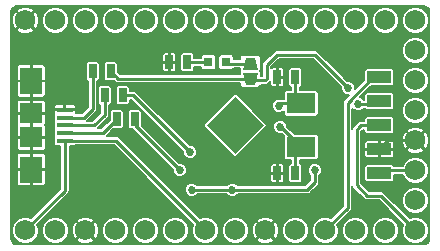
<source format=gbl>
G04 (created by PCBNEW (2013-03-04 BZR 3984)-stable) date 10/14/2013 1:41:13 PM*
%MOIN*%
G04 Gerber Fmt 3.4, Leading zero omitted, Abs format*
%FSLAX34Y34*%
G01*
G70*
G90*
G04 APERTURE LIST*
%ADD10C,0*%
%ADD11C,0.0688976*%
%ADD12R,0.0944882X0.0669291*%
%ADD13R,0.0748031X0.0905512*%
%ADD14R,0.0748031X0.0698819*%
%ADD15R,0.0551181X0.015748*%
%ADD16R,0.025X0.045*%
%ADD17R,0.0314X0.0314*%
%ADD18R,0.0787402X0.0393701*%
%ADD19C,0.027*%
%ADD20C,0.01*%
%ADD21C,0.005*%
G04 APERTURE END LIST*
G54D10*
G54D11*
X54000Y-24500D03*
X53000Y-31500D03*
X54000Y-31500D03*
X55000Y-31500D03*
X56000Y-31500D03*
X57000Y-31500D03*
X57000Y-30500D03*
X57000Y-29500D03*
X57000Y-28500D03*
X57000Y-27500D03*
X57000Y-26500D03*
X57000Y-25500D03*
X57000Y-24500D03*
X56000Y-24500D03*
X55000Y-24500D03*
X52000Y-31500D03*
X53000Y-24500D03*
X52000Y-24500D03*
X51000Y-24500D03*
X50000Y-24500D03*
X49000Y-24500D03*
X48000Y-24500D03*
X47000Y-24500D03*
X46000Y-24500D03*
X45000Y-24500D03*
X44000Y-31500D03*
X44000Y-24500D03*
X51000Y-31500D03*
X50000Y-31500D03*
X49000Y-31500D03*
X48000Y-31500D03*
X47000Y-31500D03*
G54D12*
X53200Y-27271D03*
X53200Y-28728D03*
G54D13*
X44200Y-29476D03*
X44200Y-26523D03*
G54D14*
X44200Y-28403D03*
X44200Y-27596D03*
G54D15*
X45322Y-28511D03*
X45322Y-28255D03*
X45322Y-28000D03*
X45322Y-27744D03*
X45322Y-27488D03*
G54D10*
G36*
X51000Y-28946D02*
X50053Y-28000D01*
X51000Y-27053D01*
X51946Y-28000D01*
X51000Y-28946D01*
X51000Y-28946D01*
G37*
G54D16*
X53000Y-29600D03*
X52400Y-29600D03*
X53000Y-26400D03*
X52400Y-26400D03*
G54D17*
X50695Y-25900D03*
X50105Y-25900D03*
G54D10*
G36*
X51352Y-26646D02*
X51253Y-26253D01*
X51746Y-26253D01*
X51647Y-26646D01*
X51352Y-26646D01*
X51352Y-26646D01*
G37*
G36*
X51253Y-26146D02*
X51352Y-25753D01*
X51647Y-25753D01*
X51746Y-26146D01*
X51253Y-26146D01*
X51253Y-26146D01*
G37*
G54D11*
X45000Y-31500D03*
X46000Y-31500D03*
G54D16*
X46650Y-27000D03*
X47250Y-27000D03*
X47050Y-27800D03*
X47650Y-27800D03*
X46250Y-26200D03*
X46850Y-26200D03*
X49400Y-25900D03*
X48800Y-25900D03*
G54D18*
X55800Y-29600D03*
X55800Y-28000D03*
X55800Y-26400D03*
X55800Y-27200D03*
X55800Y-28800D03*
G54D19*
X49550Y-30150D03*
X53650Y-29500D03*
X50900Y-30150D03*
X52500Y-28050D03*
X52450Y-27350D03*
X55100Y-27300D03*
X54750Y-26750D03*
X49500Y-28900D03*
X49150Y-29500D03*
G54D20*
X54000Y-31500D02*
X54750Y-30750D01*
X54750Y-30750D02*
X54750Y-27250D01*
X55600Y-26400D02*
X55800Y-26400D01*
X54750Y-27250D02*
X55600Y-26400D01*
X55100Y-28100D02*
X55050Y-28150D01*
X55050Y-28150D02*
X55050Y-30000D01*
X55400Y-30350D02*
X55050Y-30000D01*
X55400Y-30350D02*
X55850Y-30350D01*
X55850Y-30350D02*
X57000Y-31500D01*
X55800Y-28000D02*
X55200Y-28000D01*
X55200Y-28000D02*
X55100Y-28100D01*
X57000Y-29500D02*
X55900Y-29500D01*
X55900Y-29500D02*
X55800Y-29600D01*
X50900Y-30150D02*
X49550Y-30150D01*
X53200Y-30150D02*
X53400Y-30150D01*
X53400Y-30150D02*
X53650Y-29900D01*
X53200Y-30150D02*
X50900Y-30150D01*
X53650Y-29900D02*
X53650Y-29500D01*
X55800Y-28800D02*
X56100Y-28500D01*
X56100Y-28500D02*
X57000Y-28500D01*
X53200Y-28728D02*
X53000Y-28928D01*
X53000Y-28928D02*
X53000Y-29600D01*
X53200Y-28728D02*
X52521Y-28050D01*
X52521Y-28050D02*
X52500Y-28050D01*
X53200Y-27271D02*
X53000Y-27071D01*
X53000Y-27071D02*
X53000Y-26400D01*
X52528Y-27271D02*
X53200Y-27271D01*
X52450Y-27350D02*
X52528Y-27271D01*
X55700Y-27300D02*
X55800Y-27200D01*
X55100Y-27300D02*
X55700Y-27300D01*
X52450Y-25650D02*
X52400Y-25650D01*
X52400Y-25650D02*
X52050Y-26000D01*
X52000Y-26500D02*
X51550Y-26500D01*
X52050Y-26450D02*
X52000Y-26500D01*
X52450Y-25650D02*
X53650Y-25650D01*
X54750Y-26750D02*
X53650Y-25650D01*
X52050Y-26000D02*
X52050Y-26450D01*
X51550Y-26500D02*
X51500Y-26450D01*
X51500Y-26450D02*
X47100Y-26450D01*
X47100Y-26450D02*
X46850Y-26200D01*
X47600Y-27000D02*
X49500Y-28900D01*
X47250Y-27000D02*
X47600Y-27000D01*
X47650Y-28000D02*
X47650Y-27800D01*
X49150Y-29500D02*
X47650Y-28000D01*
X45322Y-28511D02*
X47011Y-28511D01*
X47011Y-28511D02*
X50000Y-31500D01*
X45322Y-28511D02*
X45322Y-30177D01*
X45322Y-30177D02*
X44000Y-31500D01*
X46250Y-26200D02*
X46250Y-27450D01*
X45955Y-27744D02*
X46250Y-27450D01*
X45955Y-27744D02*
X45322Y-27744D01*
X50105Y-25900D02*
X49400Y-25900D01*
X51500Y-25950D02*
X50745Y-25950D01*
X50745Y-25950D02*
X50695Y-25900D01*
X47050Y-27800D02*
X46594Y-28255D01*
X46594Y-28255D02*
X45322Y-28255D01*
X45322Y-28000D02*
X46300Y-28000D01*
X46650Y-27650D02*
X46300Y-28000D01*
X46650Y-27650D02*
X46650Y-27000D01*
G54D10*
G36*
X57466Y-31787D02*
X57451Y-31862D01*
X57448Y-31867D01*
X57448Y-28414D01*
X57448Y-28412D01*
X57448Y-27411D01*
X57448Y-26411D01*
X57448Y-25411D01*
X57448Y-24411D01*
X57380Y-24246D01*
X57254Y-24120D01*
X57089Y-24051D01*
X56911Y-24051D01*
X56746Y-24119D01*
X56620Y-24245D01*
X56551Y-24410D01*
X56551Y-24588D01*
X56619Y-24753D01*
X56745Y-24879D01*
X56910Y-24948D01*
X57088Y-24948D01*
X57253Y-24880D01*
X57379Y-24754D01*
X57448Y-24589D01*
X57448Y-24411D01*
X57448Y-25411D01*
X57380Y-25246D01*
X57254Y-25120D01*
X57089Y-25051D01*
X56911Y-25051D01*
X56746Y-25119D01*
X56620Y-25245D01*
X56551Y-25410D01*
X56551Y-25588D01*
X56619Y-25753D01*
X56745Y-25879D01*
X56910Y-25948D01*
X57088Y-25948D01*
X57253Y-25880D01*
X57379Y-25754D01*
X57448Y-25589D01*
X57448Y-25411D01*
X57448Y-26411D01*
X57380Y-26246D01*
X57254Y-26120D01*
X57089Y-26051D01*
X56911Y-26051D01*
X56746Y-26119D01*
X56620Y-26245D01*
X56551Y-26410D01*
X56551Y-26588D01*
X56619Y-26753D01*
X56745Y-26879D01*
X56910Y-26948D01*
X57088Y-26948D01*
X57253Y-26880D01*
X57379Y-26754D01*
X57448Y-26589D01*
X57448Y-26411D01*
X57448Y-27411D01*
X57380Y-27246D01*
X57254Y-27120D01*
X57089Y-27051D01*
X56911Y-27051D01*
X56746Y-27119D01*
X56620Y-27245D01*
X56551Y-27410D01*
X56551Y-27588D01*
X56619Y-27753D01*
X56745Y-27879D01*
X56910Y-27948D01*
X57088Y-27948D01*
X57253Y-27880D01*
X57379Y-27754D01*
X57448Y-27589D01*
X57448Y-27411D01*
X57448Y-28412D01*
X57381Y-28249D01*
X57377Y-28243D01*
X57314Y-28205D01*
X57294Y-28225D01*
X57294Y-28185D01*
X57256Y-28122D01*
X57092Y-28052D01*
X56914Y-28051D01*
X56749Y-28118D01*
X56743Y-28122D01*
X56705Y-28185D01*
X57000Y-28479D01*
X57294Y-28185D01*
X57294Y-28225D01*
X57020Y-28500D01*
X57314Y-28794D01*
X57377Y-28756D01*
X57447Y-28592D01*
X57448Y-28414D01*
X57448Y-31867D01*
X57448Y-31867D01*
X57448Y-31411D01*
X57448Y-30411D01*
X57448Y-29411D01*
X57380Y-29246D01*
X57294Y-29160D01*
X57294Y-28814D01*
X57000Y-28520D01*
X56979Y-28540D01*
X56979Y-28500D01*
X56685Y-28205D01*
X56622Y-28243D01*
X56552Y-28407D01*
X56551Y-28585D01*
X56618Y-28750D01*
X56622Y-28756D01*
X56685Y-28794D01*
X56979Y-28500D01*
X56979Y-28540D01*
X56705Y-28814D01*
X56743Y-28877D01*
X56907Y-28947D01*
X57085Y-28948D01*
X57250Y-28881D01*
X57256Y-28877D01*
X57294Y-28814D01*
X57294Y-29160D01*
X57254Y-29120D01*
X57089Y-29051D01*
X56911Y-29051D01*
X56746Y-29119D01*
X56620Y-29245D01*
X56578Y-29346D01*
X56448Y-29346D01*
X56448Y-24411D01*
X56380Y-24246D01*
X56254Y-24120D01*
X56089Y-24051D01*
X55911Y-24051D01*
X55746Y-24119D01*
X55620Y-24245D01*
X55551Y-24410D01*
X55551Y-24588D01*
X55619Y-24753D01*
X55745Y-24879D01*
X55910Y-24948D01*
X56088Y-24948D01*
X56253Y-24880D01*
X56379Y-24754D01*
X56448Y-24589D01*
X56448Y-24411D01*
X56448Y-29346D01*
X56297Y-29346D01*
X56297Y-29017D01*
X56297Y-28582D01*
X56281Y-28544D01*
X56252Y-28515D01*
X56214Y-28499D01*
X56173Y-28499D01*
X55840Y-28499D01*
X55814Y-28525D01*
X55814Y-28785D01*
X56271Y-28785D01*
X56297Y-28759D01*
X56297Y-28582D01*
X56297Y-29017D01*
X56297Y-28840D01*
X56271Y-28814D01*
X55814Y-28814D01*
X55814Y-29074D01*
X55840Y-29100D01*
X56173Y-29100D01*
X56214Y-29100D01*
X56252Y-29084D01*
X56281Y-29055D01*
X56297Y-29017D01*
X56297Y-29346D01*
X56282Y-29346D01*
X56281Y-29344D01*
X56252Y-29315D01*
X56214Y-29299D01*
X56173Y-29299D01*
X55785Y-29299D01*
X55785Y-29074D01*
X55785Y-28814D01*
X55785Y-28785D01*
X55785Y-28525D01*
X55759Y-28499D01*
X55426Y-28499D01*
X55385Y-28499D01*
X55347Y-28515D01*
X55318Y-28544D01*
X55302Y-28582D01*
X55302Y-28759D01*
X55328Y-28785D01*
X55785Y-28785D01*
X55785Y-28814D01*
X55328Y-28814D01*
X55302Y-28840D01*
X55302Y-29017D01*
X55318Y-29055D01*
X55347Y-29084D01*
X55385Y-29100D01*
X55426Y-29100D01*
X55759Y-29100D01*
X55785Y-29074D01*
X55785Y-29299D01*
X55385Y-29299D01*
X55347Y-29315D01*
X55318Y-29344D01*
X55302Y-29382D01*
X55302Y-29423D01*
X55302Y-29817D01*
X55318Y-29855D01*
X55347Y-29884D01*
X55385Y-29900D01*
X55426Y-29900D01*
X56214Y-29900D01*
X56252Y-29884D01*
X56281Y-29855D01*
X56297Y-29817D01*
X56297Y-29776D01*
X56297Y-29653D01*
X56578Y-29653D01*
X56619Y-29753D01*
X56745Y-29879D01*
X56910Y-29948D01*
X57088Y-29948D01*
X57253Y-29880D01*
X57379Y-29754D01*
X57448Y-29589D01*
X57448Y-29411D01*
X57448Y-30411D01*
X57380Y-30246D01*
X57254Y-30120D01*
X57089Y-30051D01*
X56911Y-30051D01*
X56746Y-30119D01*
X56620Y-30245D01*
X56551Y-30410D01*
X56551Y-30588D01*
X56619Y-30753D01*
X56745Y-30879D01*
X56910Y-30948D01*
X57088Y-30948D01*
X57253Y-30880D01*
X57379Y-30754D01*
X57448Y-30589D01*
X57448Y-30411D01*
X57448Y-31411D01*
X57380Y-31246D01*
X57254Y-31120D01*
X57089Y-31051D01*
X56911Y-31051D01*
X56810Y-31093D01*
X55958Y-30241D01*
X55908Y-30207D01*
X55850Y-30196D01*
X55463Y-30196D01*
X55203Y-29936D01*
X55203Y-28213D01*
X55208Y-28208D01*
X55263Y-28153D01*
X55302Y-28153D01*
X55302Y-28217D01*
X55318Y-28255D01*
X55347Y-28284D01*
X55385Y-28300D01*
X55426Y-28300D01*
X56214Y-28300D01*
X56252Y-28284D01*
X56281Y-28255D01*
X56297Y-28217D01*
X56297Y-28176D01*
X56297Y-27782D01*
X56281Y-27744D01*
X56252Y-27715D01*
X56214Y-27699D01*
X56173Y-27699D01*
X55385Y-27699D01*
X55347Y-27715D01*
X55318Y-27744D01*
X55302Y-27782D01*
X55302Y-27823D01*
X55302Y-27846D01*
X55200Y-27846D01*
X55141Y-27857D01*
X55091Y-27891D01*
X54991Y-27991D01*
X54941Y-28041D01*
X54907Y-28091D01*
X54903Y-28112D01*
X54903Y-27441D01*
X54964Y-27502D01*
X55052Y-27538D01*
X55147Y-27538D01*
X55235Y-27502D01*
X55283Y-27453D01*
X55317Y-27453D01*
X55318Y-27455D01*
X55347Y-27484D01*
X55385Y-27500D01*
X55426Y-27500D01*
X56214Y-27500D01*
X56252Y-27484D01*
X56281Y-27455D01*
X56297Y-27417D01*
X56297Y-27376D01*
X56297Y-26982D01*
X56281Y-26944D01*
X56252Y-26915D01*
X56214Y-26899D01*
X56173Y-26899D01*
X55385Y-26899D01*
X55347Y-26915D01*
X55318Y-26944D01*
X55302Y-26982D01*
X55302Y-27023D01*
X55302Y-27146D01*
X55283Y-27146D01*
X55235Y-27097D01*
X55153Y-27063D01*
X55516Y-26700D01*
X56214Y-26700D01*
X56252Y-26684D01*
X56281Y-26655D01*
X56297Y-26617D01*
X56297Y-26576D01*
X56297Y-26182D01*
X56281Y-26144D01*
X56252Y-26115D01*
X56214Y-26099D01*
X56173Y-26099D01*
X55448Y-26099D01*
X55448Y-24411D01*
X55380Y-24246D01*
X55254Y-24120D01*
X55089Y-24051D01*
X54911Y-24051D01*
X54746Y-24119D01*
X54620Y-24245D01*
X54551Y-24410D01*
X54551Y-24588D01*
X54619Y-24753D01*
X54745Y-24879D01*
X54910Y-24948D01*
X55088Y-24948D01*
X55253Y-24880D01*
X55379Y-24754D01*
X55448Y-24589D01*
X55448Y-24411D01*
X55448Y-26099D01*
X55385Y-26099D01*
X55347Y-26115D01*
X55318Y-26144D01*
X55302Y-26182D01*
X55302Y-26223D01*
X55302Y-26480D01*
X54988Y-26793D01*
X54988Y-26702D01*
X54952Y-26614D01*
X54885Y-26547D01*
X54797Y-26511D01*
X54728Y-26511D01*
X54448Y-26230D01*
X54448Y-24411D01*
X54380Y-24246D01*
X54254Y-24120D01*
X54089Y-24051D01*
X53911Y-24051D01*
X53746Y-24119D01*
X53620Y-24245D01*
X53551Y-24410D01*
X53551Y-24588D01*
X53619Y-24753D01*
X53745Y-24879D01*
X53910Y-24948D01*
X54088Y-24948D01*
X54253Y-24880D01*
X54379Y-24754D01*
X54448Y-24589D01*
X54448Y-24411D01*
X54448Y-26230D01*
X53758Y-25541D01*
X53708Y-25507D01*
X53650Y-25496D01*
X53448Y-25496D01*
X53448Y-24411D01*
X53380Y-24246D01*
X53254Y-24120D01*
X53089Y-24051D01*
X52911Y-24051D01*
X52746Y-24119D01*
X52620Y-24245D01*
X52551Y-24410D01*
X52551Y-24588D01*
X52619Y-24753D01*
X52745Y-24879D01*
X52910Y-24948D01*
X53088Y-24948D01*
X53253Y-24880D01*
X53379Y-24754D01*
X53448Y-24589D01*
X53448Y-24411D01*
X53448Y-25496D01*
X52450Y-25496D01*
X52448Y-25496D01*
X52448Y-24411D01*
X52380Y-24246D01*
X52254Y-24120D01*
X52089Y-24051D01*
X51911Y-24051D01*
X51746Y-24119D01*
X51620Y-24245D01*
X51551Y-24410D01*
X51551Y-24588D01*
X51619Y-24753D01*
X51745Y-24879D01*
X51910Y-24948D01*
X52088Y-24948D01*
X52253Y-24880D01*
X52379Y-24754D01*
X52448Y-24589D01*
X52448Y-24411D01*
X52448Y-25496D01*
X52400Y-25496D01*
X52341Y-25507D01*
X52311Y-25527D01*
X52291Y-25541D01*
X51941Y-25891D01*
X51907Y-25941D01*
X51896Y-26000D01*
X51896Y-26346D01*
X51849Y-26346D01*
X51849Y-26232D01*
X51836Y-26199D01*
X51849Y-26167D01*
X51849Y-26126D01*
X51849Y-25732D01*
X51834Y-25694D01*
X51804Y-25665D01*
X51766Y-25649D01*
X51725Y-25649D01*
X51448Y-25649D01*
X51448Y-24411D01*
X51380Y-24246D01*
X51254Y-24120D01*
X51089Y-24051D01*
X50911Y-24051D01*
X50746Y-24119D01*
X50620Y-24245D01*
X50551Y-24410D01*
X50551Y-24588D01*
X50619Y-24753D01*
X50745Y-24879D01*
X50910Y-24948D01*
X51088Y-24948D01*
X51253Y-24880D01*
X51379Y-24754D01*
X51448Y-24589D01*
X51448Y-24411D01*
X51448Y-25649D01*
X51233Y-25649D01*
X51195Y-25665D01*
X51166Y-25694D01*
X51150Y-25732D01*
X51150Y-25773D01*
X51150Y-25796D01*
X50955Y-25796D01*
X50955Y-25722D01*
X50939Y-25684D01*
X50910Y-25655D01*
X50872Y-25639D01*
X50831Y-25639D01*
X50517Y-25639D01*
X50479Y-25655D01*
X50450Y-25684D01*
X50448Y-25688D01*
X50448Y-24411D01*
X50380Y-24246D01*
X50254Y-24120D01*
X50089Y-24051D01*
X49911Y-24051D01*
X49746Y-24119D01*
X49620Y-24245D01*
X49551Y-24410D01*
X49551Y-24588D01*
X49619Y-24753D01*
X49745Y-24879D01*
X49910Y-24948D01*
X50088Y-24948D01*
X50253Y-24880D01*
X50379Y-24754D01*
X50448Y-24589D01*
X50448Y-24411D01*
X50448Y-25688D01*
X50434Y-25722D01*
X50434Y-25763D01*
X50434Y-26077D01*
X50450Y-26115D01*
X50479Y-26144D01*
X50517Y-26160D01*
X50558Y-26160D01*
X50872Y-26160D01*
X50910Y-26144D01*
X50939Y-26115D01*
X50944Y-26103D01*
X51150Y-26103D01*
X51150Y-26167D01*
X51163Y-26200D01*
X51150Y-26232D01*
X51150Y-26273D01*
X51150Y-26296D01*
X50365Y-26296D01*
X50365Y-26036D01*
X50365Y-25722D01*
X50349Y-25684D01*
X50320Y-25655D01*
X50282Y-25639D01*
X50241Y-25639D01*
X49927Y-25639D01*
X49889Y-25655D01*
X49860Y-25684D01*
X49844Y-25722D01*
X49844Y-25746D01*
X49628Y-25746D01*
X49628Y-25654D01*
X49612Y-25616D01*
X49583Y-25587D01*
X49545Y-25571D01*
X49504Y-25571D01*
X49448Y-25571D01*
X49448Y-24411D01*
X49380Y-24246D01*
X49254Y-24120D01*
X49089Y-24051D01*
X48911Y-24051D01*
X48746Y-24119D01*
X48620Y-24245D01*
X48551Y-24410D01*
X48551Y-24588D01*
X48619Y-24753D01*
X48745Y-24879D01*
X48910Y-24948D01*
X49088Y-24948D01*
X49253Y-24880D01*
X49379Y-24754D01*
X49448Y-24589D01*
X49448Y-24411D01*
X49448Y-25571D01*
X49254Y-25571D01*
X49216Y-25587D01*
X49187Y-25616D01*
X49171Y-25654D01*
X49171Y-25695D01*
X49171Y-26145D01*
X49187Y-26183D01*
X49216Y-26212D01*
X49254Y-26228D01*
X49295Y-26228D01*
X49545Y-26228D01*
X49583Y-26212D01*
X49612Y-26183D01*
X49628Y-26145D01*
X49628Y-26104D01*
X49628Y-26053D01*
X49844Y-26053D01*
X49844Y-26077D01*
X49860Y-26115D01*
X49889Y-26144D01*
X49927Y-26160D01*
X49968Y-26160D01*
X50282Y-26160D01*
X50320Y-26144D01*
X50349Y-26115D01*
X50365Y-26077D01*
X50365Y-26036D01*
X50365Y-26296D01*
X49028Y-26296D01*
X49028Y-26104D01*
X49028Y-25695D01*
X49028Y-25654D01*
X49012Y-25616D01*
X48983Y-25587D01*
X48945Y-25571D01*
X48840Y-25571D01*
X48814Y-25597D01*
X48814Y-25885D01*
X49002Y-25885D01*
X49028Y-25859D01*
X49028Y-25695D01*
X49028Y-26104D01*
X49028Y-25940D01*
X49002Y-25914D01*
X48814Y-25914D01*
X48814Y-26202D01*
X48840Y-26228D01*
X48945Y-26228D01*
X48983Y-26212D01*
X49012Y-26183D01*
X49028Y-26145D01*
X49028Y-26104D01*
X49028Y-26296D01*
X48785Y-26296D01*
X48785Y-26202D01*
X48785Y-25914D01*
X48785Y-25885D01*
X48785Y-25597D01*
X48759Y-25571D01*
X48654Y-25571D01*
X48616Y-25587D01*
X48587Y-25616D01*
X48571Y-25654D01*
X48571Y-25695D01*
X48571Y-25859D01*
X48597Y-25885D01*
X48785Y-25885D01*
X48785Y-25914D01*
X48597Y-25914D01*
X48571Y-25940D01*
X48571Y-26104D01*
X48571Y-26145D01*
X48587Y-26183D01*
X48616Y-26212D01*
X48654Y-26228D01*
X48759Y-26228D01*
X48785Y-26202D01*
X48785Y-26296D01*
X48448Y-26296D01*
X48448Y-24411D01*
X48380Y-24246D01*
X48254Y-24120D01*
X48089Y-24051D01*
X47911Y-24051D01*
X47746Y-24119D01*
X47620Y-24245D01*
X47551Y-24410D01*
X47551Y-24588D01*
X47619Y-24753D01*
X47745Y-24879D01*
X47910Y-24948D01*
X48088Y-24948D01*
X48253Y-24880D01*
X48379Y-24754D01*
X48448Y-24589D01*
X48448Y-24411D01*
X48448Y-26296D01*
X47448Y-26296D01*
X47448Y-24411D01*
X47380Y-24246D01*
X47254Y-24120D01*
X47089Y-24051D01*
X46911Y-24051D01*
X46746Y-24119D01*
X46620Y-24245D01*
X46551Y-24410D01*
X46551Y-24588D01*
X46619Y-24753D01*
X46745Y-24879D01*
X46910Y-24948D01*
X47088Y-24948D01*
X47253Y-24880D01*
X47379Y-24754D01*
X47448Y-24589D01*
X47448Y-24411D01*
X47448Y-26296D01*
X47163Y-26296D01*
X47078Y-26211D01*
X47078Y-25954D01*
X47062Y-25916D01*
X47033Y-25887D01*
X46995Y-25871D01*
X46954Y-25871D01*
X46704Y-25871D01*
X46666Y-25887D01*
X46637Y-25916D01*
X46621Y-25954D01*
X46621Y-25995D01*
X46621Y-26445D01*
X46637Y-26483D01*
X46666Y-26512D01*
X46704Y-26528D01*
X46745Y-26528D01*
X46961Y-26528D01*
X46991Y-26558D01*
X46991Y-26558D01*
X47041Y-26592D01*
X47100Y-26603D01*
X51150Y-26603D01*
X51150Y-26667D01*
X51165Y-26705D01*
X51195Y-26734D01*
X51233Y-26750D01*
X51274Y-26750D01*
X51766Y-26750D01*
X51804Y-26734D01*
X51833Y-26705D01*
X51849Y-26667D01*
X51849Y-26653D01*
X52000Y-26653D01*
X52058Y-26642D01*
X52108Y-26608D01*
X52158Y-26558D01*
X52171Y-26539D01*
X52171Y-26604D01*
X52171Y-26645D01*
X52187Y-26683D01*
X52216Y-26712D01*
X52254Y-26728D01*
X52359Y-26728D01*
X52385Y-26702D01*
X52385Y-26414D01*
X52377Y-26414D01*
X52377Y-26385D01*
X52385Y-26385D01*
X52385Y-26097D01*
X52359Y-26071D01*
X52254Y-26071D01*
X52216Y-26087D01*
X52203Y-26099D01*
X52203Y-26063D01*
X52463Y-25803D01*
X53586Y-25803D01*
X54511Y-26728D01*
X54511Y-26797D01*
X54547Y-26885D01*
X54614Y-26952D01*
X54702Y-26988D01*
X54793Y-26988D01*
X54641Y-27141D01*
X54607Y-27191D01*
X54596Y-27250D01*
X54596Y-30686D01*
X54189Y-31093D01*
X54089Y-31051D01*
X53911Y-31051D01*
X53888Y-31060D01*
X53888Y-29452D01*
X53852Y-29364D01*
X53785Y-29297D01*
X53776Y-29293D01*
X53776Y-29042D01*
X53776Y-28373D01*
X53776Y-27585D01*
X53776Y-26916D01*
X53760Y-26878D01*
X53731Y-26849D01*
X53693Y-26833D01*
X53651Y-26833D01*
X53153Y-26833D01*
X53153Y-26725D01*
X53183Y-26712D01*
X53212Y-26683D01*
X53228Y-26645D01*
X53228Y-26604D01*
X53228Y-26154D01*
X53212Y-26116D01*
X53183Y-26087D01*
X53145Y-26071D01*
X53104Y-26071D01*
X52854Y-26071D01*
X52816Y-26087D01*
X52787Y-26116D01*
X52771Y-26154D01*
X52771Y-26195D01*
X52771Y-26645D01*
X52787Y-26683D01*
X52816Y-26712D01*
X52846Y-26725D01*
X52846Y-26833D01*
X52707Y-26833D01*
X52668Y-26849D01*
X52639Y-26878D01*
X52628Y-26904D01*
X52628Y-26604D01*
X52628Y-26195D01*
X52628Y-26154D01*
X52612Y-26116D01*
X52583Y-26087D01*
X52545Y-26071D01*
X52440Y-26071D01*
X52414Y-26097D01*
X52414Y-26385D01*
X52602Y-26385D01*
X52628Y-26359D01*
X52628Y-26195D01*
X52628Y-26604D01*
X52628Y-26440D01*
X52602Y-26414D01*
X52414Y-26414D01*
X52414Y-26702D01*
X52440Y-26728D01*
X52545Y-26728D01*
X52583Y-26712D01*
X52612Y-26683D01*
X52628Y-26645D01*
X52628Y-26604D01*
X52628Y-26904D01*
X52623Y-26916D01*
X52623Y-26957D01*
X52623Y-27117D01*
X52528Y-27117D01*
X52518Y-27119D01*
X52497Y-27111D01*
X52402Y-27111D01*
X52314Y-27147D01*
X52247Y-27214D01*
X52211Y-27302D01*
X52211Y-27397D01*
X52247Y-27485D01*
X52314Y-27552D01*
X52402Y-27588D01*
X52497Y-27588D01*
X52585Y-27552D01*
X52623Y-27513D01*
X52623Y-27626D01*
X52639Y-27664D01*
X52668Y-27694D01*
X52706Y-27710D01*
X52748Y-27710D01*
X53692Y-27710D01*
X53731Y-27694D01*
X53760Y-27665D01*
X53776Y-27627D01*
X53776Y-27585D01*
X53776Y-28373D01*
X53760Y-28335D01*
X53731Y-28305D01*
X53693Y-28289D01*
X53651Y-28289D01*
X52979Y-28289D01*
X52738Y-28049D01*
X52738Y-28002D01*
X52702Y-27914D01*
X52635Y-27847D01*
X52547Y-27811D01*
X52452Y-27811D01*
X52364Y-27847D01*
X52297Y-27914D01*
X52261Y-28002D01*
X52261Y-28097D01*
X52297Y-28185D01*
X52364Y-28252D01*
X52452Y-28288D01*
X52543Y-28288D01*
X52624Y-28370D01*
X52623Y-28372D01*
X52623Y-28414D01*
X52623Y-29083D01*
X52639Y-29121D01*
X52668Y-29150D01*
X52706Y-29166D01*
X52748Y-29166D01*
X52846Y-29166D01*
X52846Y-29274D01*
X52816Y-29287D01*
X52787Y-29316D01*
X52771Y-29354D01*
X52771Y-29395D01*
X52771Y-29845D01*
X52787Y-29883D01*
X52816Y-29912D01*
X52854Y-29928D01*
X52895Y-29928D01*
X53145Y-29928D01*
X53183Y-29912D01*
X53212Y-29883D01*
X53228Y-29845D01*
X53228Y-29804D01*
X53228Y-29354D01*
X53212Y-29316D01*
X53183Y-29287D01*
X53153Y-29274D01*
X53153Y-29166D01*
X53692Y-29166D01*
X53731Y-29150D01*
X53760Y-29121D01*
X53776Y-29083D01*
X53776Y-29042D01*
X53776Y-29293D01*
X53697Y-29261D01*
X53602Y-29261D01*
X53514Y-29297D01*
X53447Y-29364D01*
X53411Y-29452D01*
X53411Y-29547D01*
X53447Y-29635D01*
X53496Y-29683D01*
X53496Y-29836D01*
X53336Y-29996D01*
X53200Y-29996D01*
X52628Y-29996D01*
X52628Y-29804D01*
X52628Y-29395D01*
X52628Y-29354D01*
X52612Y-29316D01*
X52583Y-29287D01*
X52545Y-29271D01*
X52440Y-29271D01*
X52414Y-29297D01*
X52414Y-29585D01*
X52602Y-29585D01*
X52628Y-29559D01*
X52628Y-29395D01*
X52628Y-29804D01*
X52628Y-29640D01*
X52602Y-29614D01*
X52414Y-29614D01*
X52414Y-29902D01*
X52440Y-29928D01*
X52545Y-29928D01*
X52583Y-29912D01*
X52612Y-29883D01*
X52628Y-29845D01*
X52628Y-29804D01*
X52628Y-29996D01*
X52385Y-29996D01*
X52385Y-29902D01*
X52385Y-29614D01*
X52385Y-29585D01*
X52385Y-29297D01*
X52359Y-29271D01*
X52254Y-29271D01*
X52216Y-29287D01*
X52187Y-29316D01*
X52171Y-29354D01*
X52171Y-29395D01*
X52171Y-29559D01*
X52197Y-29585D01*
X52385Y-29585D01*
X52385Y-29614D01*
X52197Y-29614D01*
X52171Y-29640D01*
X52171Y-29804D01*
X52171Y-29845D01*
X52187Y-29883D01*
X52216Y-29912D01*
X52254Y-29928D01*
X52359Y-29928D01*
X52385Y-29902D01*
X52385Y-29996D01*
X52050Y-29996D01*
X52050Y-27979D01*
X52034Y-27941D01*
X52005Y-27912D01*
X51058Y-26965D01*
X51020Y-26949D01*
X50979Y-26949D01*
X50941Y-26965D01*
X50912Y-26994D01*
X49965Y-27941D01*
X49949Y-27979D01*
X49949Y-28020D01*
X49965Y-28058D01*
X49994Y-28087D01*
X50941Y-29034D01*
X50979Y-29050D01*
X51020Y-29050D01*
X51058Y-29034D01*
X51087Y-29005D01*
X52034Y-28058D01*
X52050Y-28020D01*
X52050Y-27979D01*
X52050Y-29996D01*
X51083Y-29996D01*
X51035Y-29947D01*
X50947Y-29911D01*
X50852Y-29911D01*
X50764Y-29947D01*
X50716Y-29996D01*
X49738Y-29996D01*
X49738Y-28852D01*
X49702Y-28764D01*
X49635Y-28697D01*
X49547Y-28661D01*
X49478Y-28661D01*
X47708Y-26891D01*
X47658Y-26857D01*
X47600Y-26846D01*
X47478Y-26846D01*
X47478Y-26754D01*
X47462Y-26716D01*
X47433Y-26687D01*
X47395Y-26671D01*
X47354Y-26671D01*
X47104Y-26671D01*
X47066Y-26687D01*
X47037Y-26716D01*
X47021Y-26754D01*
X47021Y-26795D01*
X47021Y-27245D01*
X47037Y-27283D01*
X47066Y-27312D01*
X47104Y-27328D01*
X47145Y-27328D01*
X47395Y-27328D01*
X47433Y-27312D01*
X47462Y-27283D01*
X47478Y-27245D01*
X47478Y-27204D01*
X47478Y-27153D01*
X47536Y-27153D01*
X49261Y-28878D01*
X49261Y-28947D01*
X49297Y-29035D01*
X49364Y-29102D01*
X49452Y-29138D01*
X49547Y-29138D01*
X49635Y-29102D01*
X49702Y-29035D01*
X49738Y-28947D01*
X49738Y-28852D01*
X49738Y-29996D01*
X49733Y-29996D01*
X49685Y-29947D01*
X49597Y-29911D01*
X49502Y-29911D01*
X49414Y-29947D01*
X49388Y-29973D01*
X49388Y-29452D01*
X49352Y-29364D01*
X49285Y-29297D01*
X49197Y-29261D01*
X49128Y-29261D01*
X47878Y-28011D01*
X47878Y-28004D01*
X47878Y-27554D01*
X47862Y-27516D01*
X47833Y-27487D01*
X47795Y-27471D01*
X47754Y-27471D01*
X47504Y-27471D01*
X47466Y-27487D01*
X47437Y-27516D01*
X47421Y-27554D01*
X47421Y-27595D01*
X47421Y-28045D01*
X47437Y-28083D01*
X47466Y-28112D01*
X47504Y-28128D01*
X47545Y-28128D01*
X47561Y-28128D01*
X48911Y-29478D01*
X48911Y-29547D01*
X48947Y-29635D01*
X49014Y-29702D01*
X49102Y-29738D01*
X49197Y-29738D01*
X49285Y-29702D01*
X49352Y-29635D01*
X49388Y-29547D01*
X49388Y-29452D01*
X49388Y-29973D01*
X49347Y-30014D01*
X49311Y-30102D01*
X49311Y-30197D01*
X49347Y-30285D01*
X49414Y-30352D01*
X49502Y-30388D01*
X49597Y-30388D01*
X49685Y-30352D01*
X49733Y-30303D01*
X50716Y-30303D01*
X50764Y-30352D01*
X50852Y-30388D01*
X50947Y-30388D01*
X51035Y-30352D01*
X51083Y-30303D01*
X53200Y-30303D01*
X53400Y-30303D01*
X53458Y-30292D01*
X53508Y-30258D01*
X53758Y-30008D01*
X53758Y-30008D01*
X53792Y-29958D01*
X53803Y-29900D01*
X53803Y-29900D01*
X53803Y-29683D01*
X53852Y-29635D01*
X53888Y-29547D01*
X53888Y-29452D01*
X53888Y-31060D01*
X53746Y-31119D01*
X53620Y-31245D01*
X53551Y-31410D01*
X53551Y-31588D01*
X53619Y-31753D01*
X53745Y-31879D01*
X53910Y-31948D01*
X54088Y-31948D01*
X54253Y-31880D01*
X54379Y-31754D01*
X54448Y-31589D01*
X54448Y-31411D01*
X54406Y-31310D01*
X54858Y-30858D01*
X54858Y-30858D01*
X54872Y-30838D01*
X54892Y-30808D01*
X54892Y-30808D01*
X54903Y-30750D01*
X54903Y-30750D01*
X54903Y-30037D01*
X54907Y-30058D01*
X54941Y-30108D01*
X55291Y-30458D01*
X55291Y-30458D01*
X55311Y-30472D01*
X55341Y-30492D01*
X55399Y-30503D01*
X55400Y-30503D01*
X55786Y-30503D01*
X56593Y-31310D01*
X56551Y-31410D01*
X56551Y-31588D01*
X56619Y-31753D01*
X56745Y-31879D01*
X56910Y-31948D01*
X57088Y-31948D01*
X57253Y-31880D01*
X57379Y-31754D01*
X57448Y-31589D01*
X57448Y-31411D01*
X57448Y-31867D01*
X57416Y-31915D01*
X57362Y-31951D01*
X57286Y-31966D01*
X56448Y-31966D01*
X56448Y-31411D01*
X56380Y-31246D01*
X56254Y-31120D01*
X56089Y-31051D01*
X55911Y-31051D01*
X55746Y-31119D01*
X55620Y-31245D01*
X55551Y-31410D01*
X55551Y-31588D01*
X55619Y-31753D01*
X55745Y-31879D01*
X55910Y-31948D01*
X56088Y-31948D01*
X56253Y-31880D01*
X56379Y-31754D01*
X56448Y-31589D01*
X56448Y-31411D01*
X56448Y-31966D01*
X55448Y-31966D01*
X55448Y-31411D01*
X55380Y-31246D01*
X55254Y-31120D01*
X55089Y-31051D01*
X54911Y-31051D01*
X54746Y-31119D01*
X54620Y-31245D01*
X54551Y-31410D01*
X54551Y-31588D01*
X54619Y-31753D01*
X54745Y-31879D01*
X54910Y-31948D01*
X55088Y-31948D01*
X55253Y-31880D01*
X55379Y-31754D01*
X55448Y-31589D01*
X55448Y-31411D01*
X55448Y-31966D01*
X53448Y-31966D01*
X53448Y-31411D01*
X53380Y-31246D01*
X53254Y-31120D01*
X53089Y-31051D01*
X52911Y-31051D01*
X52746Y-31119D01*
X52620Y-31245D01*
X52551Y-31410D01*
X52551Y-31588D01*
X52619Y-31753D01*
X52745Y-31879D01*
X52910Y-31948D01*
X53088Y-31948D01*
X53253Y-31880D01*
X53379Y-31754D01*
X53448Y-31589D01*
X53448Y-31411D01*
X53448Y-31966D01*
X52448Y-31966D01*
X52448Y-31414D01*
X52381Y-31249D01*
X52377Y-31243D01*
X52314Y-31205D01*
X52294Y-31225D01*
X52294Y-31185D01*
X52256Y-31122D01*
X52092Y-31052D01*
X51914Y-31051D01*
X51749Y-31118D01*
X51743Y-31122D01*
X51705Y-31185D01*
X52000Y-31479D01*
X52294Y-31185D01*
X52294Y-31225D01*
X52020Y-31500D01*
X52314Y-31794D01*
X52377Y-31756D01*
X52447Y-31592D01*
X52448Y-31414D01*
X52448Y-31966D01*
X52294Y-31966D01*
X52294Y-31814D01*
X52000Y-31520D01*
X51979Y-31540D01*
X51979Y-31500D01*
X51685Y-31205D01*
X51622Y-31243D01*
X51552Y-31407D01*
X51551Y-31585D01*
X51618Y-31750D01*
X51622Y-31756D01*
X51685Y-31794D01*
X51979Y-31500D01*
X51979Y-31540D01*
X51705Y-31814D01*
X51743Y-31877D01*
X51907Y-31947D01*
X52085Y-31948D01*
X52250Y-31881D01*
X52256Y-31877D01*
X52294Y-31814D01*
X52294Y-31966D01*
X51448Y-31966D01*
X51448Y-31411D01*
X51380Y-31246D01*
X51254Y-31120D01*
X51089Y-31051D01*
X50911Y-31051D01*
X50746Y-31119D01*
X50620Y-31245D01*
X50551Y-31410D01*
X50551Y-31588D01*
X50619Y-31753D01*
X50745Y-31879D01*
X50910Y-31948D01*
X51088Y-31948D01*
X51253Y-31880D01*
X51379Y-31754D01*
X51448Y-31589D01*
X51448Y-31411D01*
X51448Y-31966D01*
X50448Y-31966D01*
X50448Y-31411D01*
X50380Y-31246D01*
X50254Y-31120D01*
X50089Y-31051D01*
X49911Y-31051D01*
X49810Y-31093D01*
X47120Y-28403D01*
X47070Y-28369D01*
X47011Y-28358D01*
X46709Y-28358D01*
X46938Y-28128D01*
X46945Y-28128D01*
X47195Y-28128D01*
X47233Y-28112D01*
X47262Y-28083D01*
X47278Y-28045D01*
X47278Y-28004D01*
X47278Y-27554D01*
X47262Y-27516D01*
X47233Y-27487D01*
X47195Y-27471D01*
X47154Y-27471D01*
X46904Y-27471D01*
X46866Y-27487D01*
X46837Y-27516D01*
X46821Y-27554D01*
X46821Y-27595D01*
X46821Y-27811D01*
X46530Y-28102D01*
X46415Y-28102D01*
X46758Y-27758D01*
X46758Y-27758D01*
X46772Y-27738D01*
X46792Y-27708D01*
X46792Y-27708D01*
X46803Y-27650D01*
X46803Y-27650D01*
X46803Y-27325D01*
X46833Y-27312D01*
X46862Y-27283D01*
X46878Y-27245D01*
X46878Y-27204D01*
X46878Y-26754D01*
X46862Y-26716D01*
X46833Y-26687D01*
X46795Y-26671D01*
X46754Y-26671D01*
X46504Y-26671D01*
X46466Y-26687D01*
X46437Y-26716D01*
X46421Y-26754D01*
X46421Y-26795D01*
X46421Y-27245D01*
X46437Y-27283D01*
X46466Y-27312D01*
X46496Y-27325D01*
X46496Y-27586D01*
X46236Y-27846D01*
X46071Y-27846D01*
X46358Y-27558D01*
X46358Y-27558D01*
X46392Y-27508D01*
X46403Y-27450D01*
X46403Y-27450D01*
X46403Y-26525D01*
X46433Y-26512D01*
X46462Y-26483D01*
X46478Y-26445D01*
X46478Y-26404D01*
X46478Y-25954D01*
X46462Y-25916D01*
X46448Y-25901D01*
X46448Y-24411D01*
X46380Y-24246D01*
X46254Y-24120D01*
X46089Y-24051D01*
X45911Y-24051D01*
X45746Y-24119D01*
X45620Y-24245D01*
X45551Y-24410D01*
X45551Y-24588D01*
X45619Y-24753D01*
X45745Y-24879D01*
X45910Y-24948D01*
X46088Y-24948D01*
X46253Y-24880D01*
X46379Y-24754D01*
X46448Y-24589D01*
X46448Y-24411D01*
X46448Y-25901D01*
X46433Y-25887D01*
X46395Y-25871D01*
X46354Y-25871D01*
X46104Y-25871D01*
X46066Y-25887D01*
X46037Y-25916D01*
X46021Y-25954D01*
X46021Y-25995D01*
X46021Y-26445D01*
X46037Y-26483D01*
X46066Y-26512D01*
X46096Y-26525D01*
X46096Y-27386D01*
X45892Y-27590D01*
X45700Y-27590D01*
X45701Y-27587D01*
X45701Y-27388D01*
X45685Y-27350D01*
X45656Y-27321D01*
X45618Y-27305D01*
X45577Y-27305D01*
X45448Y-27305D01*
X45448Y-24411D01*
X45380Y-24246D01*
X45254Y-24120D01*
X45089Y-24051D01*
X44911Y-24051D01*
X44746Y-24119D01*
X44620Y-24245D01*
X44551Y-24410D01*
X44551Y-24588D01*
X44619Y-24753D01*
X44745Y-24879D01*
X44910Y-24948D01*
X45088Y-24948D01*
X45253Y-24880D01*
X45379Y-24754D01*
X45448Y-24589D01*
X45448Y-24411D01*
X45448Y-27305D01*
X45362Y-27305D01*
X45336Y-27331D01*
X45336Y-27473D01*
X45675Y-27473D01*
X45701Y-27447D01*
X45701Y-27388D01*
X45701Y-27587D01*
X45701Y-27528D01*
X45675Y-27502D01*
X45336Y-27502D01*
X45336Y-27510D01*
X45307Y-27510D01*
X45307Y-27502D01*
X45307Y-27473D01*
X45307Y-27331D01*
X45281Y-27305D01*
X45067Y-27305D01*
X45025Y-27305D01*
X44987Y-27321D01*
X44958Y-27350D01*
X44942Y-27388D01*
X44942Y-27447D01*
X44968Y-27473D01*
X45307Y-27473D01*
X45307Y-27502D01*
X44968Y-27502D01*
X44942Y-27528D01*
X44942Y-27587D01*
X44954Y-27616D01*
X44942Y-27644D01*
X44942Y-27685D01*
X44942Y-27843D01*
X44954Y-27872D01*
X44942Y-27900D01*
X44942Y-27941D01*
X44942Y-28099D01*
X44954Y-28127D01*
X44942Y-28156D01*
X44942Y-28197D01*
X44942Y-28355D01*
X44954Y-28383D01*
X44942Y-28412D01*
X44942Y-28453D01*
X44942Y-28611D01*
X44958Y-28649D01*
X44987Y-28678D01*
X45025Y-28694D01*
X45067Y-28694D01*
X45168Y-28694D01*
X45168Y-30114D01*
X44677Y-30604D01*
X44677Y-29949D01*
X44677Y-29003D01*
X44677Y-28773D01*
X44677Y-28033D01*
X44663Y-28000D01*
X44677Y-27966D01*
X44677Y-27226D01*
X44677Y-26996D01*
X44677Y-26050D01*
X44662Y-26012D01*
X44632Y-25982D01*
X44594Y-25967D01*
X44553Y-25967D01*
X44448Y-25967D01*
X44448Y-24414D01*
X44381Y-24249D01*
X44377Y-24243D01*
X44314Y-24205D01*
X44294Y-24225D01*
X44294Y-24185D01*
X44256Y-24122D01*
X44092Y-24052D01*
X43914Y-24051D01*
X43749Y-24118D01*
X43743Y-24122D01*
X43705Y-24185D01*
X44000Y-24479D01*
X44294Y-24185D01*
X44294Y-24225D01*
X44020Y-24500D01*
X44314Y-24794D01*
X44377Y-24756D01*
X44447Y-24592D01*
X44448Y-24414D01*
X44448Y-25967D01*
X44294Y-25967D01*
X44294Y-24814D01*
X44000Y-24520D01*
X43979Y-24540D01*
X43979Y-24500D01*
X43685Y-24205D01*
X43622Y-24243D01*
X43552Y-24407D01*
X43551Y-24585D01*
X43618Y-24750D01*
X43622Y-24756D01*
X43685Y-24794D01*
X43979Y-24500D01*
X43979Y-24540D01*
X43705Y-24814D01*
X43743Y-24877D01*
X43907Y-24947D01*
X44085Y-24948D01*
X44250Y-24881D01*
X44256Y-24877D01*
X44294Y-24814D01*
X44294Y-25967D01*
X44240Y-25967D01*
X44214Y-25993D01*
X44214Y-26509D01*
X44651Y-26509D01*
X44677Y-26483D01*
X44677Y-26050D01*
X44677Y-26996D01*
X44677Y-26563D01*
X44651Y-26537D01*
X44214Y-26537D01*
X44214Y-27054D01*
X44240Y-27080D01*
X44553Y-27080D01*
X44594Y-27080D01*
X44632Y-27064D01*
X44662Y-27035D01*
X44677Y-26996D01*
X44677Y-27226D01*
X44662Y-27188D01*
X44632Y-27159D01*
X44594Y-27143D01*
X44553Y-27143D01*
X44240Y-27143D01*
X44214Y-27169D01*
X44214Y-27582D01*
X44651Y-27582D01*
X44677Y-27556D01*
X44677Y-27226D01*
X44677Y-27966D01*
X44677Y-27636D01*
X44651Y-27610D01*
X44214Y-27610D01*
X44214Y-27976D01*
X44214Y-28023D01*
X44214Y-28389D01*
X44651Y-28389D01*
X44677Y-28363D01*
X44677Y-28033D01*
X44677Y-28773D01*
X44677Y-28443D01*
X44651Y-28417D01*
X44214Y-28417D01*
X44214Y-28830D01*
X44240Y-28856D01*
X44553Y-28856D01*
X44594Y-28856D01*
X44632Y-28840D01*
X44662Y-28811D01*
X44677Y-28773D01*
X44677Y-29003D01*
X44662Y-28964D01*
X44632Y-28935D01*
X44594Y-28919D01*
X44553Y-28919D01*
X44240Y-28919D01*
X44214Y-28945D01*
X44214Y-29462D01*
X44651Y-29462D01*
X44677Y-29436D01*
X44677Y-29003D01*
X44677Y-29949D01*
X44677Y-29516D01*
X44651Y-29490D01*
X44214Y-29490D01*
X44214Y-30006D01*
X44240Y-30032D01*
X44553Y-30032D01*
X44594Y-30032D01*
X44632Y-30017D01*
X44662Y-29987D01*
X44677Y-29949D01*
X44677Y-30604D01*
X44189Y-31093D01*
X44185Y-31091D01*
X44185Y-30006D01*
X44185Y-29490D01*
X44185Y-29462D01*
X44185Y-28945D01*
X44185Y-28830D01*
X44185Y-28417D01*
X44185Y-28389D01*
X44185Y-28023D01*
X44185Y-27976D01*
X44185Y-27610D01*
X44185Y-27582D01*
X44185Y-27169D01*
X44185Y-27054D01*
X44185Y-26537D01*
X44185Y-26509D01*
X44185Y-25993D01*
X44159Y-25967D01*
X43846Y-25967D01*
X43805Y-25967D01*
X43767Y-25982D01*
X43737Y-26012D01*
X43722Y-26050D01*
X43722Y-26483D01*
X43748Y-26509D01*
X44185Y-26509D01*
X44185Y-26537D01*
X43748Y-26537D01*
X43722Y-26563D01*
X43722Y-26996D01*
X43737Y-27035D01*
X43767Y-27064D01*
X43805Y-27080D01*
X43846Y-27080D01*
X44159Y-27080D01*
X44185Y-27054D01*
X44185Y-27169D01*
X44159Y-27143D01*
X43846Y-27143D01*
X43805Y-27143D01*
X43767Y-27159D01*
X43737Y-27188D01*
X43722Y-27226D01*
X43722Y-27556D01*
X43748Y-27582D01*
X44185Y-27582D01*
X44185Y-27610D01*
X43748Y-27610D01*
X43722Y-27636D01*
X43722Y-27966D01*
X43736Y-28000D01*
X43722Y-28033D01*
X43722Y-28363D01*
X43748Y-28389D01*
X44185Y-28389D01*
X44185Y-28417D01*
X43748Y-28417D01*
X43722Y-28443D01*
X43722Y-28773D01*
X43737Y-28811D01*
X43767Y-28840D01*
X43805Y-28856D01*
X43846Y-28856D01*
X44159Y-28856D01*
X44185Y-28830D01*
X44185Y-28945D01*
X44159Y-28919D01*
X43846Y-28919D01*
X43805Y-28919D01*
X43767Y-28935D01*
X43737Y-28964D01*
X43722Y-29003D01*
X43722Y-29436D01*
X43748Y-29462D01*
X44185Y-29462D01*
X44185Y-29490D01*
X43748Y-29490D01*
X43722Y-29516D01*
X43722Y-29949D01*
X43737Y-29987D01*
X43767Y-30017D01*
X43805Y-30032D01*
X43846Y-30032D01*
X44159Y-30032D01*
X44185Y-30006D01*
X44185Y-31091D01*
X44089Y-31051D01*
X43911Y-31051D01*
X43746Y-31119D01*
X43620Y-31245D01*
X43551Y-31410D01*
X43551Y-31588D01*
X43619Y-31753D01*
X43745Y-31879D01*
X43910Y-31948D01*
X44088Y-31948D01*
X44253Y-31880D01*
X44379Y-31754D01*
X44448Y-31589D01*
X44448Y-31411D01*
X44406Y-31310D01*
X45430Y-30286D01*
X45464Y-30236D01*
X45475Y-30177D01*
X45475Y-28694D01*
X45618Y-28694D01*
X45656Y-28678D01*
X45669Y-28665D01*
X46948Y-28665D01*
X49593Y-31310D01*
X49551Y-31410D01*
X49551Y-31588D01*
X49619Y-31753D01*
X49745Y-31879D01*
X49910Y-31948D01*
X50088Y-31948D01*
X50253Y-31880D01*
X50379Y-31754D01*
X50448Y-31589D01*
X50448Y-31411D01*
X50448Y-31966D01*
X49448Y-31966D01*
X49448Y-31411D01*
X49380Y-31246D01*
X49254Y-31120D01*
X49089Y-31051D01*
X48911Y-31051D01*
X48746Y-31119D01*
X48620Y-31245D01*
X48551Y-31410D01*
X48551Y-31588D01*
X48619Y-31753D01*
X48745Y-31879D01*
X48910Y-31948D01*
X49088Y-31948D01*
X49253Y-31880D01*
X49379Y-31754D01*
X49448Y-31589D01*
X49448Y-31411D01*
X49448Y-31966D01*
X48448Y-31966D01*
X48448Y-31411D01*
X48380Y-31246D01*
X48254Y-31120D01*
X48089Y-31051D01*
X47911Y-31051D01*
X47746Y-31119D01*
X47620Y-31245D01*
X47551Y-31410D01*
X47551Y-31588D01*
X47619Y-31753D01*
X47745Y-31879D01*
X47910Y-31948D01*
X48088Y-31948D01*
X48253Y-31880D01*
X48379Y-31754D01*
X48448Y-31589D01*
X48448Y-31411D01*
X48448Y-31966D01*
X47448Y-31966D01*
X47448Y-31411D01*
X47380Y-31246D01*
X47254Y-31120D01*
X47089Y-31051D01*
X46911Y-31051D01*
X46746Y-31119D01*
X46620Y-31245D01*
X46551Y-31410D01*
X46551Y-31588D01*
X46619Y-31753D01*
X46745Y-31879D01*
X46910Y-31948D01*
X47088Y-31948D01*
X47253Y-31880D01*
X47379Y-31754D01*
X47448Y-31589D01*
X47448Y-31411D01*
X47448Y-31966D01*
X46448Y-31966D01*
X46448Y-31414D01*
X46381Y-31249D01*
X46377Y-31243D01*
X46314Y-31205D01*
X46294Y-31225D01*
X46294Y-31185D01*
X46256Y-31122D01*
X46092Y-31052D01*
X45914Y-31051D01*
X45749Y-31118D01*
X45743Y-31122D01*
X45705Y-31185D01*
X46000Y-31479D01*
X46294Y-31185D01*
X46294Y-31225D01*
X46020Y-31500D01*
X46314Y-31794D01*
X46377Y-31756D01*
X46447Y-31592D01*
X46448Y-31414D01*
X46448Y-31966D01*
X46294Y-31966D01*
X46294Y-31814D01*
X46000Y-31520D01*
X45979Y-31540D01*
X45979Y-31500D01*
X45685Y-31205D01*
X45622Y-31243D01*
X45552Y-31407D01*
X45551Y-31585D01*
X45618Y-31750D01*
X45622Y-31756D01*
X45685Y-31794D01*
X45979Y-31500D01*
X45979Y-31540D01*
X45705Y-31814D01*
X45743Y-31877D01*
X45907Y-31947D01*
X46085Y-31948D01*
X46250Y-31881D01*
X46256Y-31877D01*
X46294Y-31814D01*
X46294Y-31966D01*
X45448Y-31966D01*
X45448Y-31411D01*
X45380Y-31246D01*
X45254Y-31120D01*
X45089Y-31051D01*
X44911Y-31051D01*
X44746Y-31119D01*
X44620Y-31245D01*
X44551Y-31410D01*
X44551Y-31588D01*
X44619Y-31753D01*
X44745Y-31879D01*
X44910Y-31948D01*
X45088Y-31948D01*
X45253Y-31880D01*
X45379Y-31754D01*
X45448Y-31589D01*
X45448Y-31411D01*
X45448Y-31966D01*
X43712Y-31966D01*
X43637Y-31951D01*
X43584Y-31916D01*
X43548Y-31862D01*
X43533Y-31786D01*
X43533Y-24213D01*
X43548Y-24137D01*
X43584Y-24083D01*
X43637Y-24048D01*
X43712Y-24033D01*
X57286Y-24033D01*
X57362Y-24048D01*
X57416Y-24084D01*
X57451Y-24137D01*
X57466Y-24212D01*
X57466Y-31787D01*
X57466Y-31787D01*
G37*
G54D21*
X57466Y-31787D02*
X57451Y-31862D01*
X57448Y-31867D01*
X57448Y-28414D01*
X57448Y-28412D01*
X57448Y-27411D01*
X57448Y-26411D01*
X57448Y-25411D01*
X57448Y-24411D01*
X57380Y-24246D01*
X57254Y-24120D01*
X57089Y-24051D01*
X56911Y-24051D01*
X56746Y-24119D01*
X56620Y-24245D01*
X56551Y-24410D01*
X56551Y-24588D01*
X56619Y-24753D01*
X56745Y-24879D01*
X56910Y-24948D01*
X57088Y-24948D01*
X57253Y-24880D01*
X57379Y-24754D01*
X57448Y-24589D01*
X57448Y-24411D01*
X57448Y-25411D01*
X57380Y-25246D01*
X57254Y-25120D01*
X57089Y-25051D01*
X56911Y-25051D01*
X56746Y-25119D01*
X56620Y-25245D01*
X56551Y-25410D01*
X56551Y-25588D01*
X56619Y-25753D01*
X56745Y-25879D01*
X56910Y-25948D01*
X57088Y-25948D01*
X57253Y-25880D01*
X57379Y-25754D01*
X57448Y-25589D01*
X57448Y-25411D01*
X57448Y-26411D01*
X57380Y-26246D01*
X57254Y-26120D01*
X57089Y-26051D01*
X56911Y-26051D01*
X56746Y-26119D01*
X56620Y-26245D01*
X56551Y-26410D01*
X56551Y-26588D01*
X56619Y-26753D01*
X56745Y-26879D01*
X56910Y-26948D01*
X57088Y-26948D01*
X57253Y-26880D01*
X57379Y-26754D01*
X57448Y-26589D01*
X57448Y-26411D01*
X57448Y-27411D01*
X57380Y-27246D01*
X57254Y-27120D01*
X57089Y-27051D01*
X56911Y-27051D01*
X56746Y-27119D01*
X56620Y-27245D01*
X56551Y-27410D01*
X56551Y-27588D01*
X56619Y-27753D01*
X56745Y-27879D01*
X56910Y-27948D01*
X57088Y-27948D01*
X57253Y-27880D01*
X57379Y-27754D01*
X57448Y-27589D01*
X57448Y-27411D01*
X57448Y-28412D01*
X57381Y-28249D01*
X57377Y-28243D01*
X57314Y-28205D01*
X57294Y-28225D01*
X57294Y-28185D01*
X57256Y-28122D01*
X57092Y-28052D01*
X56914Y-28051D01*
X56749Y-28118D01*
X56743Y-28122D01*
X56705Y-28185D01*
X57000Y-28479D01*
X57294Y-28185D01*
X57294Y-28225D01*
X57020Y-28500D01*
X57314Y-28794D01*
X57377Y-28756D01*
X57447Y-28592D01*
X57448Y-28414D01*
X57448Y-31867D01*
X57448Y-31867D01*
X57448Y-31411D01*
X57448Y-30411D01*
X57448Y-29411D01*
X57380Y-29246D01*
X57294Y-29160D01*
X57294Y-28814D01*
X57000Y-28520D01*
X56979Y-28540D01*
X56979Y-28500D01*
X56685Y-28205D01*
X56622Y-28243D01*
X56552Y-28407D01*
X56551Y-28585D01*
X56618Y-28750D01*
X56622Y-28756D01*
X56685Y-28794D01*
X56979Y-28500D01*
X56979Y-28540D01*
X56705Y-28814D01*
X56743Y-28877D01*
X56907Y-28947D01*
X57085Y-28948D01*
X57250Y-28881D01*
X57256Y-28877D01*
X57294Y-28814D01*
X57294Y-29160D01*
X57254Y-29120D01*
X57089Y-29051D01*
X56911Y-29051D01*
X56746Y-29119D01*
X56620Y-29245D01*
X56578Y-29346D01*
X56448Y-29346D01*
X56448Y-24411D01*
X56380Y-24246D01*
X56254Y-24120D01*
X56089Y-24051D01*
X55911Y-24051D01*
X55746Y-24119D01*
X55620Y-24245D01*
X55551Y-24410D01*
X55551Y-24588D01*
X55619Y-24753D01*
X55745Y-24879D01*
X55910Y-24948D01*
X56088Y-24948D01*
X56253Y-24880D01*
X56379Y-24754D01*
X56448Y-24589D01*
X56448Y-24411D01*
X56448Y-29346D01*
X56297Y-29346D01*
X56297Y-29017D01*
X56297Y-28582D01*
X56281Y-28544D01*
X56252Y-28515D01*
X56214Y-28499D01*
X56173Y-28499D01*
X55840Y-28499D01*
X55814Y-28525D01*
X55814Y-28785D01*
X56271Y-28785D01*
X56297Y-28759D01*
X56297Y-28582D01*
X56297Y-29017D01*
X56297Y-28840D01*
X56271Y-28814D01*
X55814Y-28814D01*
X55814Y-29074D01*
X55840Y-29100D01*
X56173Y-29100D01*
X56214Y-29100D01*
X56252Y-29084D01*
X56281Y-29055D01*
X56297Y-29017D01*
X56297Y-29346D01*
X56282Y-29346D01*
X56281Y-29344D01*
X56252Y-29315D01*
X56214Y-29299D01*
X56173Y-29299D01*
X55785Y-29299D01*
X55785Y-29074D01*
X55785Y-28814D01*
X55785Y-28785D01*
X55785Y-28525D01*
X55759Y-28499D01*
X55426Y-28499D01*
X55385Y-28499D01*
X55347Y-28515D01*
X55318Y-28544D01*
X55302Y-28582D01*
X55302Y-28759D01*
X55328Y-28785D01*
X55785Y-28785D01*
X55785Y-28814D01*
X55328Y-28814D01*
X55302Y-28840D01*
X55302Y-29017D01*
X55318Y-29055D01*
X55347Y-29084D01*
X55385Y-29100D01*
X55426Y-29100D01*
X55759Y-29100D01*
X55785Y-29074D01*
X55785Y-29299D01*
X55385Y-29299D01*
X55347Y-29315D01*
X55318Y-29344D01*
X55302Y-29382D01*
X55302Y-29423D01*
X55302Y-29817D01*
X55318Y-29855D01*
X55347Y-29884D01*
X55385Y-29900D01*
X55426Y-29900D01*
X56214Y-29900D01*
X56252Y-29884D01*
X56281Y-29855D01*
X56297Y-29817D01*
X56297Y-29776D01*
X56297Y-29653D01*
X56578Y-29653D01*
X56619Y-29753D01*
X56745Y-29879D01*
X56910Y-29948D01*
X57088Y-29948D01*
X57253Y-29880D01*
X57379Y-29754D01*
X57448Y-29589D01*
X57448Y-29411D01*
X57448Y-30411D01*
X57380Y-30246D01*
X57254Y-30120D01*
X57089Y-30051D01*
X56911Y-30051D01*
X56746Y-30119D01*
X56620Y-30245D01*
X56551Y-30410D01*
X56551Y-30588D01*
X56619Y-30753D01*
X56745Y-30879D01*
X56910Y-30948D01*
X57088Y-30948D01*
X57253Y-30880D01*
X57379Y-30754D01*
X57448Y-30589D01*
X57448Y-30411D01*
X57448Y-31411D01*
X57380Y-31246D01*
X57254Y-31120D01*
X57089Y-31051D01*
X56911Y-31051D01*
X56810Y-31093D01*
X55958Y-30241D01*
X55908Y-30207D01*
X55850Y-30196D01*
X55463Y-30196D01*
X55203Y-29936D01*
X55203Y-28213D01*
X55208Y-28208D01*
X55263Y-28153D01*
X55302Y-28153D01*
X55302Y-28217D01*
X55318Y-28255D01*
X55347Y-28284D01*
X55385Y-28300D01*
X55426Y-28300D01*
X56214Y-28300D01*
X56252Y-28284D01*
X56281Y-28255D01*
X56297Y-28217D01*
X56297Y-28176D01*
X56297Y-27782D01*
X56281Y-27744D01*
X56252Y-27715D01*
X56214Y-27699D01*
X56173Y-27699D01*
X55385Y-27699D01*
X55347Y-27715D01*
X55318Y-27744D01*
X55302Y-27782D01*
X55302Y-27823D01*
X55302Y-27846D01*
X55200Y-27846D01*
X55141Y-27857D01*
X55091Y-27891D01*
X54991Y-27991D01*
X54941Y-28041D01*
X54907Y-28091D01*
X54903Y-28112D01*
X54903Y-27441D01*
X54964Y-27502D01*
X55052Y-27538D01*
X55147Y-27538D01*
X55235Y-27502D01*
X55283Y-27453D01*
X55317Y-27453D01*
X55318Y-27455D01*
X55347Y-27484D01*
X55385Y-27500D01*
X55426Y-27500D01*
X56214Y-27500D01*
X56252Y-27484D01*
X56281Y-27455D01*
X56297Y-27417D01*
X56297Y-27376D01*
X56297Y-26982D01*
X56281Y-26944D01*
X56252Y-26915D01*
X56214Y-26899D01*
X56173Y-26899D01*
X55385Y-26899D01*
X55347Y-26915D01*
X55318Y-26944D01*
X55302Y-26982D01*
X55302Y-27023D01*
X55302Y-27146D01*
X55283Y-27146D01*
X55235Y-27097D01*
X55153Y-27063D01*
X55516Y-26700D01*
X56214Y-26700D01*
X56252Y-26684D01*
X56281Y-26655D01*
X56297Y-26617D01*
X56297Y-26576D01*
X56297Y-26182D01*
X56281Y-26144D01*
X56252Y-26115D01*
X56214Y-26099D01*
X56173Y-26099D01*
X55448Y-26099D01*
X55448Y-24411D01*
X55380Y-24246D01*
X55254Y-24120D01*
X55089Y-24051D01*
X54911Y-24051D01*
X54746Y-24119D01*
X54620Y-24245D01*
X54551Y-24410D01*
X54551Y-24588D01*
X54619Y-24753D01*
X54745Y-24879D01*
X54910Y-24948D01*
X55088Y-24948D01*
X55253Y-24880D01*
X55379Y-24754D01*
X55448Y-24589D01*
X55448Y-24411D01*
X55448Y-26099D01*
X55385Y-26099D01*
X55347Y-26115D01*
X55318Y-26144D01*
X55302Y-26182D01*
X55302Y-26223D01*
X55302Y-26480D01*
X54988Y-26793D01*
X54988Y-26702D01*
X54952Y-26614D01*
X54885Y-26547D01*
X54797Y-26511D01*
X54728Y-26511D01*
X54448Y-26230D01*
X54448Y-24411D01*
X54380Y-24246D01*
X54254Y-24120D01*
X54089Y-24051D01*
X53911Y-24051D01*
X53746Y-24119D01*
X53620Y-24245D01*
X53551Y-24410D01*
X53551Y-24588D01*
X53619Y-24753D01*
X53745Y-24879D01*
X53910Y-24948D01*
X54088Y-24948D01*
X54253Y-24880D01*
X54379Y-24754D01*
X54448Y-24589D01*
X54448Y-24411D01*
X54448Y-26230D01*
X53758Y-25541D01*
X53708Y-25507D01*
X53650Y-25496D01*
X53448Y-25496D01*
X53448Y-24411D01*
X53380Y-24246D01*
X53254Y-24120D01*
X53089Y-24051D01*
X52911Y-24051D01*
X52746Y-24119D01*
X52620Y-24245D01*
X52551Y-24410D01*
X52551Y-24588D01*
X52619Y-24753D01*
X52745Y-24879D01*
X52910Y-24948D01*
X53088Y-24948D01*
X53253Y-24880D01*
X53379Y-24754D01*
X53448Y-24589D01*
X53448Y-24411D01*
X53448Y-25496D01*
X52450Y-25496D01*
X52448Y-25496D01*
X52448Y-24411D01*
X52380Y-24246D01*
X52254Y-24120D01*
X52089Y-24051D01*
X51911Y-24051D01*
X51746Y-24119D01*
X51620Y-24245D01*
X51551Y-24410D01*
X51551Y-24588D01*
X51619Y-24753D01*
X51745Y-24879D01*
X51910Y-24948D01*
X52088Y-24948D01*
X52253Y-24880D01*
X52379Y-24754D01*
X52448Y-24589D01*
X52448Y-24411D01*
X52448Y-25496D01*
X52400Y-25496D01*
X52341Y-25507D01*
X52311Y-25527D01*
X52291Y-25541D01*
X51941Y-25891D01*
X51907Y-25941D01*
X51896Y-26000D01*
X51896Y-26346D01*
X51849Y-26346D01*
X51849Y-26232D01*
X51836Y-26199D01*
X51849Y-26167D01*
X51849Y-26126D01*
X51849Y-25732D01*
X51834Y-25694D01*
X51804Y-25665D01*
X51766Y-25649D01*
X51725Y-25649D01*
X51448Y-25649D01*
X51448Y-24411D01*
X51380Y-24246D01*
X51254Y-24120D01*
X51089Y-24051D01*
X50911Y-24051D01*
X50746Y-24119D01*
X50620Y-24245D01*
X50551Y-24410D01*
X50551Y-24588D01*
X50619Y-24753D01*
X50745Y-24879D01*
X50910Y-24948D01*
X51088Y-24948D01*
X51253Y-24880D01*
X51379Y-24754D01*
X51448Y-24589D01*
X51448Y-24411D01*
X51448Y-25649D01*
X51233Y-25649D01*
X51195Y-25665D01*
X51166Y-25694D01*
X51150Y-25732D01*
X51150Y-25773D01*
X51150Y-25796D01*
X50955Y-25796D01*
X50955Y-25722D01*
X50939Y-25684D01*
X50910Y-25655D01*
X50872Y-25639D01*
X50831Y-25639D01*
X50517Y-25639D01*
X50479Y-25655D01*
X50450Y-25684D01*
X50448Y-25688D01*
X50448Y-24411D01*
X50380Y-24246D01*
X50254Y-24120D01*
X50089Y-24051D01*
X49911Y-24051D01*
X49746Y-24119D01*
X49620Y-24245D01*
X49551Y-24410D01*
X49551Y-24588D01*
X49619Y-24753D01*
X49745Y-24879D01*
X49910Y-24948D01*
X50088Y-24948D01*
X50253Y-24880D01*
X50379Y-24754D01*
X50448Y-24589D01*
X50448Y-24411D01*
X50448Y-25688D01*
X50434Y-25722D01*
X50434Y-25763D01*
X50434Y-26077D01*
X50450Y-26115D01*
X50479Y-26144D01*
X50517Y-26160D01*
X50558Y-26160D01*
X50872Y-26160D01*
X50910Y-26144D01*
X50939Y-26115D01*
X50944Y-26103D01*
X51150Y-26103D01*
X51150Y-26167D01*
X51163Y-26200D01*
X51150Y-26232D01*
X51150Y-26273D01*
X51150Y-26296D01*
X50365Y-26296D01*
X50365Y-26036D01*
X50365Y-25722D01*
X50349Y-25684D01*
X50320Y-25655D01*
X50282Y-25639D01*
X50241Y-25639D01*
X49927Y-25639D01*
X49889Y-25655D01*
X49860Y-25684D01*
X49844Y-25722D01*
X49844Y-25746D01*
X49628Y-25746D01*
X49628Y-25654D01*
X49612Y-25616D01*
X49583Y-25587D01*
X49545Y-25571D01*
X49504Y-25571D01*
X49448Y-25571D01*
X49448Y-24411D01*
X49380Y-24246D01*
X49254Y-24120D01*
X49089Y-24051D01*
X48911Y-24051D01*
X48746Y-24119D01*
X48620Y-24245D01*
X48551Y-24410D01*
X48551Y-24588D01*
X48619Y-24753D01*
X48745Y-24879D01*
X48910Y-24948D01*
X49088Y-24948D01*
X49253Y-24880D01*
X49379Y-24754D01*
X49448Y-24589D01*
X49448Y-24411D01*
X49448Y-25571D01*
X49254Y-25571D01*
X49216Y-25587D01*
X49187Y-25616D01*
X49171Y-25654D01*
X49171Y-25695D01*
X49171Y-26145D01*
X49187Y-26183D01*
X49216Y-26212D01*
X49254Y-26228D01*
X49295Y-26228D01*
X49545Y-26228D01*
X49583Y-26212D01*
X49612Y-26183D01*
X49628Y-26145D01*
X49628Y-26104D01*
X49628Y-26053D01*
X49844Y-26053D01*
X49844Y-26077D01*
X49860Y-26115D01*
X49889Y-26144D01*
X49927Y-26160D01*
X49968Y-26160D01*
X50282Y-26160D01*
X50320Y-26144D01*
X50349Y-26115D01*
X50365Y-26077D01*
X50365Y-26036D01*
X50365Y-26296D01*
X49028Y-26296D01*
X49028Y-26104D01*
X49028Y-25695D01*
X49028Y-25654D01*
X49012Y-25616D01*
X48983Y-25587D01*
X48945Y-25571D01*
X48840Y-25571D01*
X48814Y-25597D01*
X48814Y-25885D01*
X49002Y-25885D01*
X49028Y-25859D01*
X49028Y-25695D01*
X49028Y-26104D01*
X49028Y-25940D01*
X49002Y-25914D01*
X48814Y-25914D01*
X48814Y-26202D01*
X48840Y-26228D01*
X48945Y-26228D01*
X48983Y-26212D01*
X49012Y-26183D01*
X49028Y-26145D01*
X49028Y-26104D01*
X49028Y-26296D01*
X48785Y-26296D01*
X48785Y-26202D01*
X48785Y-25914D01*
X48785Y-25885D01*
X48785Y-25597D01*
X48759Y-25571D01*
X48654Y-25571D01*
X48616Y-25587D01*
X48587Y-25616D01*
X48571Y-25654D01*
X48571Y-25695D01*
X48571Y-25859D01*
X48597Y-25885D01*
X48785Y-25885D01*
X48785Y-25914D01*
X48597Y-25914D01*
X48571Y-25940D01*
X48571Y-26104D01*
X48571Y-26145D01*
X48587Y-26183D01*
X48616Y-26212D01*
X48654Y-26228D01*
X48759Y-26228D01*
X48785Y-26202D01*
X48785Y-26296D01*
X48448Y-26296D01*
X48448Y-24411D01*
X48380Y-24246D01*
X48254Y-24120D01*
X48089Y-24051D01*
X47911Y-24051D01*
X47746Y-24119D01*
X47620Y-24245D01*
X47551Y-24410D01*
X47551Y-24588D01*
X47619Y-24753D01*
X47745Y-24879D01*
X47910Y-24948D01*
X48088Y-24948D01*
X48253Y-24880D01*
X48379Y-24754D01*
X48448Y-24589D01*
X48448Y-24411D01*
X48448Y-26296D01*
X47448Y-26296D01*
X47448Y-24411D01*
X47380Y-24246D01*
X47254Y-24120D01*
X47089Y-24051D01*
X46911Y-24051D01*
X46746Y-24119D01*
X46620Y-24245D01*
X46551Y-24410D01*
X46551Y-24588D01*
X46619Y-24753D01*
X46745Y-24879D01*
X46910Y-24948D01*
X47088Y-24948D01*
X47253Y-24880D01*
X47379Y-24754D01*
X47448Y-24589D01*
X47448Y-24411D01*
X47448Y-26296D01*
X47163Y-26296D01*
X47078Y-26211D01*
X47078Y-25954D01*
X47062Y-25916D01*
X47033Y-25887D01*
X46995Y-25871D01*
X46954Y-25871D01*
X46704Y-25871D01*
X46666Y-25887D01*
X46637Y-25916D01*
X46621Y-25954D01*
X46621Y-25995D01*
X46621Y-26445D01*
X46637Y-26483D01*
X46666Y-26512D01*
X46704Y-26528D01*
X46745Y-26528D01*
X46961Y-26528D01*
X46991Y-26558D01*
X46991Y-26558D01*
X47041Y-26592D01*
X47100Y-26603D01*
X51150Y-26603D01*
X51150Y-26667D01*
X51165Y-26705D01*
X51195Y-26734D01*
X51233Y-26750D01*
X51274Y-26750D01*
X51766Y-26750D01*
X51804Y-26734D01*
X51833Y-26705D01*
X51849Y-26667D01*
X51849Y-26653D01*
X52000Y-26653D01*
X52058Y-26642D01*
X52108Y-26608D01*
X52158Y-26558D01*
X52171Y-26539D01*
X52171Y-26604D01*
X52171Y-26645D01*
X52187Y-26683D01*
X52216Y-26712D01*
X52254Y-26728D01*
X52359Y-26728D01*
X52385Y-26702D01*
X52385Y-26414D01*
X52377Y-26414D01*
X52377Y-26385D01*
X52385Y-26385D01*
X52385Y-26097D01*
X52359Y-26071D01*
X52254Y-26071D01*
X52216Y-26087D01*
X52203Y-26099D01*
X52203Y-26063D01*
X52463Y-25803D01*
X53586Y-25803D01*
X54511Y-26728D01*
X54511Y-26797D01*
X54547Y-26885D01*
X54614Y-26952D01*
X54702Y-26988D01*
X54793Y-26988D01*
X54641Y-27141D01*
X54607Y-27191D01*
X54596Y-27250D01*
X54596Y-30686D01*
X54189Y-31093D01*
X54089Y-31051D01*
X53911Y-31051D01*
X53888Y-31060D01*
X53888Y-29452D01*
X53852Y-29364D01*
X53785Y-29297D01*
X53776Y-29293D01*
X53776Y-29042D01*
X53776Y-28373D01*
X53776Y-27585D01*
X53776Y-26916D01*
X53760Y-26878D01*
X53731Y-26849D01*
X53693Y-26833D01*
X53651Y-26833D01*
X53153Y-26833D01*
X53153Y-26725D01*
X53183Y-26712D01*
X53212Y-26683D01*
X53228Y-26645D01*
X53228Y-26604D01*
X53228Y-26154D01*
X53212Y-26116D01*
X53183Y-26087D01*
X53145Y-26071D01*
X53104Y-26071D01*
X52854Y-26071D01*
X52816Y-26087D01*
X52787Y-26116D01*
X52771Y-26154D01*
X52771Y-26195D01*
X52771Y-26645D01*
X52787Y-26683D01*
X52816Y-26712D01*
X52846Y-26725D01*
X52846Y-26833D01*
X52707Y-26833D01*
X52668Y-26849D01*
X52639Y-26878D01*
X52628Y-26904D01*
X52628Y-26604D01*
X52628Y-26195D01*
X52628Y-26154D01*
X52612Y-26116D01*
X52583Y-26087D01*
X52545Y-26071D01*
X52440Y-26071D01*
X52414Y-26097D01*
X52414Y-26385D01*
X52602Y-26385D01*
X52628Y-26359D01*
X52628Y-26195D01*
X52628Y-26604D01*
X52628Y-26440D01*
X52602Y-26414D01*
X52414Y-26414D01*
X52414Y-26702D01*
X52440Y-26728D01*
X52545Y-26728D01*
X52583Y-26712D01*
X52612Y-26683D01*
X52628Y-26645D01*
X52628Y-26604D01*
X52628Y-26904D01*
X52623Y-26916D01*
X52623Y-26957D01*
X52623Y-27117D01*
X52528Y-27117D01*
X52518Y-27119D01*
X52497Y-27111D01*
X52402Y-27111D01*
X52314Y-27147D01*
X52247Y-27214D01*
X52211Y-27302D01*
X52211Y-27397D01*
X52247Y-27485D01*
X52314Y-27552D01*
X52402Y-27588D01*
X52497Y-27588D01*
X52585Y-27552D01*
X52623Y-27513D01*
X52623Y-27626D01*
X52639Y-27664D01*
X52668Y-27694D01*
X52706Y-27710D01*
X52748Y-27710D01*
X53692Y-27710D01*
X53731Y-27694D01*
X53760Y-27665D01*
X53776Y-27627D01*
X53776Y-27585D01*
X53776Y-28373D01*
X53760Y-28335D01*
X53731Y-28305D01*
X53693Y-28289D01*
X53651Y-28289D01*
X52979Y-28289D01*
X52738Y-28049D01*
X52738Y-28002D01*
X52702Y-27914D01*
X52635Y-27847D01*
X52547Y-27811D01*
X52452Y-27811D01*
X52364Y-27847D01*
X52297Y-27914D01*
X52261Y-28002D01*
X52261Y-28097D01*
X52297Y-28185D01*
X52364Y-28252D01*
X52452Y-28288D01*
X52543Y-28288D01*
X52624Y-28370D01*
X52623Y-28372D01*
X52623Y-28414D01*
X52623Y-29083D01*
X52639Y-29121D01*
X52668Y-29150D01*
X52706Y-29166D01*
X52748Y-29166D01*
X52846Y-29166D01*
X52846Y-29274D01*
X52816Y-29287D01*
X52787Y-29316D01*
X52771Y-29354D01*
X52771Y-29395D01*
X52771Y-29845D01*
X52787Y-29883D01*
X52816Y-29912D01*
X52854Y-29928D01*
X52895Y-29928D01*
X53145Y-29928D01*
X53183Y-29912D01*
X53212Y-29883D01*
X53228Y-29845D01*
X53228Y-29804D01*
X53228Y-29354D01*
X53212Y-29316D01*
X53183Y-29287D01*
X53153Y-29274D01*
X53153Y-29166D01*
X53692Y-29166D01*
X53731Y-29150D01*
X53760Y-29121D01*
X53776Y-29083D01*
X53776Y-29042D01*
X53776Y-29293D01*
X53697Y-29261D01*
X53602Y-29261D01*
X53514Y-29297D01*
X53447Y-29364D01*
X53411Y-29452D01*
X53411Y-29547D01*
X53447Y-29635D01*
X53496Y-29683D01*
X53496Y-29836D01*
X53336Y-29996D01*
X53200Y-29996D01*
X52628Y-29996D01*
X52628Y-29804D01*
X52628Y-29395D01*
X52628Y-29354D01*
X52612Y-29316D01*
X52583Y-29287D01*
X52545Y-29271D01*
X52440Y-29271D01*
X52414Y-29297D01*
X52414Y-29585D01*
X52602Y-29585D01*
X52628Y-29559D01*
X52628Y-29395D01*
X52628Y-29804D01*
X52628Y-29640D01*
X52602Y-29614D01*
X52414Y-29614D01*
X52414Y-29902D01*
X52440Y-29928D01*
X52545Y-29928D01*
X52583Y-29912D01*
X52612Y-29883D01*
X52628Y-29845D01*
X52628Y-29804D01*
X52628Y-29996D01*
X52385Y-29996D01*
X52385Y-29902D01*
X52385Y-29614D01*
X52385Y-29585D01*
X52385Y-29297D01*
X52359Y-29271D01*
X52254Y-29271D01*
X52216Y-29287D01*
X52187Y-29316D01*
X52171Y-29354D01*
X52171Y-29395D01*
X52171Y-29559D01*
X52197Y-29585D01*
X52385Y-29585D01*
X52385Y-29614D01*
X52197Y-29614D01*
X52171Y-29640D01*
X52171Y-29804D01*
X52171Y-29845D01*
X52187Y-29883D01*
X52216Y-29912D01*
X52254Y-29928D01*
X52359Y-29928D01*
X52385Y-29902D01*
X52385Y-29996D01*
X52050Y-29996D01*
X52050Y-27979D01*
X52034Y-27941D01*
X52005Y-27912D01*
X51058Y-26965D01*
X51020Y-26949D01*
X50979Y-26949D01*
X50941Y-26965D01*
X50912Y-26994D01*
X49965Y-27941D01*
X49949Y-27979D01*
X49949Y-28020D01*
X49965Y-28058D01*
X49994Y-28087D01*
X50941Y-29034D01*
X50979Y-29050D01*
X51020Y-29050D01*
X51058Y-29034D01*
X51087Y-29005D01*
X52034Y-28058D01*
X52050Y-28020D01*
X52050Y-27979D01*
X52050Y-29996D01*
X51083Y-29996D01*
X51035Y-29947D01*
X50947Y-29911D01*
X50852Y-29911D01*
X50764Y-29947D01*
X50716Y-29996D01*
X49738Y-29996D01*
X49738Y-28852D01*
X49702Y-28764D01*
X49635Y-28697D01*
X49547Y-28661D01*
X49478Y-28661D01*
X47708Y-26891D01*
X47658Y-26857D01*
X47600Y-26846D01*
X47478Y-26846D01*
X47478Y-26754D01*
X47462Y-26716D01*
X47433Y-26687D01*
X47395Y-26671D01*
X47354Y-26671D01*
X47104Y-26671D01*
X47066Y-26687D01*
X47037Y-26716D01*
X47021Y-26754D01*
X47021Y-26795D01*
X47021Y-27245D01*
X47037Y-27283D01*
X47066Y-27312D01*
X47104Y-27328D01*
X47145Y-27328D01*
X47395Y-27328D01*
X47433Y-27312D01*
X47462Y-27283D01*
X47478Y-27245D01*
X47478Y-27204D01*
X47478Y-27153D01*
X47536Y-27153D01*
X49261Y-28878D01*
X49261Y-28947D01*
X49297Y-29035D01*
X49364Y-29102D01*
X49452Y-29138D01*
X49547Y-29138D01*
X49635Y-29102D01*
X49702Y-29035D01*
X49738Y-28947D01*
X49738Y-28852D01*
X49738Y-29996D01*
X49733Y-29996D01*
X49685Y-29947D01*
X49597Y-29911D01*
X49502Y-29911D01*
X49414Y-29947D01*
X49388Y-29973D01*
X49388Y-29452D01*
X49352Y-29364D01*
X49285Y-29297D01*
X49197Y-29261D01*
X49128Y-29261D01*
X47878Y-28011D01*
X47878Y-28004D01*
X47878Y-27554D01*
X47862Y-27516D01*
X47833Y-27487D01*
X47795Y-27471D01*
X47754Y-27471D01*
X47504Y-27471D01*
X47466Y-27487D01*
X47437Y-27516D01*
X47421Y-27554D01*
X47421Y-27595D01*
X47421Y-28045D01*
X47437Y-28083D01*
X47466Y-28112D01*
X47504Y-28128D01*
X47545Y-28128D01*
X47561Y-28128D01*
X48911Y-29478D01*
X48911Y-29547D01*
X48947Y-29635D01*
X49014Y-29702D01*
X49102Y-29738D01*
X49197Y-29738D01*
X49285Y-29702D01*
X49352Y-29635D01*
X49388Y-29547D01*
X49388Y-29452D01*
X49388Y-29973D01*
X49347Y-30014D01*
X49311Y-30102D01*
X49311Y-30197D01*
X49347Y-30285D01*
X49414Y-30352D01*
X49502Y-30388D01*
X49597Y-30388D01*
X49685Y-30352D01*
X49733Y-30303D01*
X50716Y-30303D01*
X50764Y-30352D01*
X50852Y-30388D01*
X50947Y-30388D01*
X51035Y-30352D01*
X51083Y-30303D01*
X53200Y-30303D01*
X53400Y-30303D01*
X53458Y-30292D01*
X53508Y-30258D01*
X53758Y-30008D01*
X53758Y-30008D01*
X53792Y-29958D01*
X53803Y-29900D01*
X53803Y-29900D01*
X53803Y-29683D01*
X53852Y-29635D01*
X53888Y-29547D01*
X53888Y-29452D01*
X53888Y-31060D01*
X53746Y-31119D01*
X53620Y-31245D01*
X53551Y-31410D01*
X53551Y-31588D01*
X53619Y-31753D01*
X53745Y-31879D01*
X53910Y-31948D01*
X54088Y-31948D01*
X54253Y-31880D01*
X54379Y-31754D01*
X54448Y-31589D01*
X54448Y-31411D01*
X54406Y-31310D01*
X54858Y-30858D01*
X54858Y-30858D01*
X54872Y-30838D01*
X54892Y-30808D01*
X54892Y-30808D01*
X54903Y-30750D01*
X54903Y-30750D01*
X54903Y-30037D01*
X54907Y-30058D01*
X54941Y-30108D01*
X55291Y-30458D01*
X55291Y-30458D01*
X55311Y-30472D01*
X55341Y-30492D01*
X55399Y-30503D01*
X55400Y-30503D01*
X55786Y-30503D01*
X56593Y-31310D01*
X56551Y-31410D01*
X56551Y-31588D01*
X56619Y-31753D01*
X56745Y-31879D01*
X56910Y-31948D01*
X57088Y-31948D01*
X57253Y-31880D01*
X57379Y-31754D01*
X57448Y-31589D01*
X57448Y-31411D01*
X57448Y-31867D01*
X57416Y-31915D01*
X57362Y-31951D01*
X57286Y-31966D01*
X56448Y-31966D01*
X56448Y-31411D01*
X56380Y-31246D01*
X56254Y-31120D01*
X56089Y-31051D01*
X55911Y-31051D01*
X55746Y-31119D01*
X55620Y-31245D01*
X55551Y-31410D01*
X55551Y-31588D01*
X55619Y-31753D01*
X55745Y-31879D01*
X55910Y-31948D01*
X56088Y-31948D01*
X56253Y-31880D01*
X56379Y-31754D01*
X56448Y-31589D01*
X56448Y-31411D01*
X56448Y-31966D01*
X55448Y-31966D01*
X55448Y-31411D01*
X55380Y-31246D01*
X55254Y-31120D01*
X55089Y-31051D01*
X54911Y-31051D01*
X54746Y-31119D01*
X54620Y-31245D01*
X54551Y-31410D01*
X54551Y-31588D01*
X54619Y-31753D01*
X54745Y-31879D01*
X54910Y-31948D01*
X55088Y-31948D01*
X55253Y-31880D01*
X55379Y-31754D01*
X55448Y-31589D01*
X55448Y-31411D01*
X55448Y-31966D01*
X53448Y-31966D01*
X53448Y-31411D01*
X53380Y-31246D01*
X53254Y-31120D01*
X53089Y-31051D01*
X52911Y-31051D01*
X52746Y-31119D01*
X52620Y-31245D01*
X52551Y-31410D01*
X52551Y-31588D01*
X52619Y-31753D01*
X52745Y-31879D01*
X52910Y-31948D01*
X53088Y-31948D01*
X53253Y-31880D01*
X53379Y-31754D01*
X53448Y-31589D01*
X53448Y-31411D01*
X53448Y-31966D01*
X52448Y-31966D01*
X52448Y-31414D01*
X52381Y-31249D01*
X52377Y-31243D01*
X52314Y-31205D01*
X52294Y-31225D01*
X52294Y-31185D01*
X52256Y-31122D01*
X52092Y-31052D01*
X51914Y-31051D01*
X51749Y-31118D01*
X51743Y-31122D01*
X51705Y-31185D01*
X52000Y-31479D01*
X52294Y-31185D01*
X52294Y-31225D01*
X52020Y-31500D01*
X52314Y-31794D01*
X52377Y-31756D01*
X52447Y-31592D01*
X52448Y-31414D01*
X52448Y-31966D01*
X52294Y-31966D01*
X52294Y-31814D01*
X52000Y-31520D01*
X51979Y-31540D01*
X51979Y-31500D01*
X51685Y-31205D01*
X51622Y-31243D01*
X51552Y-31407D01*
X51551Y-31585D01*
X51618Y-31750D01*
X51622Y-31756D01*
X51685Y-31794D01*
X51979Y-31500D01*
X51979Y-31540D01*
X51705Y-31814D01*
X51743Y-31877D01*
X51907Y-31947D01*
X52085Y-31948D01*
X52250Y-31881D01*
X52256Y-31877D01*
X52294Y-31814D01*
X52294Y-31966D01*
X51448Y-31966D01*
X51448Y-31411D01*
X51380Y-31246D01*
X51254Y-31120D01*
X51089Y-31051D01*
X50911Y-31051D01*
X50746Y-31119D01*
X50620Y-31245D01*
X50551Y-31410D01*
X50551Y-31588D01*
X50619Y-31753D01*
X50745Y-31879D01*
X50910Y-31948D01*
X51088Y-31948D01*
X51253Y-31880D01*
X51379Y-31754D01*
X51448Y-31589D01*
X51448Y-31411D01*
X51448Y-31966D01*
X50448Y-31966D01*
X50448Y-31411D01*
X50380Y-31246D01*
X50254Y-31120D01*
X50089Y-31051D01*
X49911Y-31051D01*
X49810Y-31093D01*
X47120Y-28403D01*
X47070Y-28369D01*
X47011Y-28358D01*
X46709Y-28358D01*
X46938Y-28128D01*
X46945Y-28128D01*
X47195Y-28128D01*
X47233Y-28112D01*
X47262Y-28083D01*
X47278Y-28045D01*
X47278Y-28004D01*
X47278Y-27554D01*
X47262Y-27516D01*
X47233Y-27487D01*
X47195Y-27471D01*
X47154Y-27471D01*
X46904Y-27471D01*
X46866Y-27487D01*
X46837Y-27516D01*
X46821Y-27554D01*
X46821Y-27595D01*
X46821Y-27811D01*
X46530Y-28102D01*
X46415Y-28102D01*
X46758Y-27758D01*
X46758Y-27758D01*
X46772Y-27738D01*
X46792Y-27708D01*
X46792Y-27708D01*
X46803Y-27650D01*
X46803Y-27650D01*
X46803Y-27325D01*
X46833Y-27312D01*
X46862Y-27283D01*
X46878Y-27245D01*
X46878Y-27204D01*
X46878Y-26754D01*
X46862Y-26716D01*
X46833Y-26687D01*
X46795Y-26671D01*
X46754Y-26671D01*
X46504Y-26671D01*
X46466Y-26687D01*
X46437Y-26716D01*
X46421Y-26754D01*
X46421Y-26795D01*
X46421Y-27245D01*
X46437Y-27283D01*
X46466Y-27312D01*
X46496Y-27325D01*
X46496Y-27586D01*
X46236Y-27846D01*
X46071Y-27846D01*
X46358Y-27558D01*
X46358Y-27558D01*
X46392Y-27508D01*
X46403Y-27450D01*
X46403Y-27450D01*
X46403Y-26525D01*
X46433Y-26512D01*
X46462Y-26483D01*
X46478Y-26445D01*
X46478Y-26404D01*
X46478Y-25954D01*
X46462Y-25916D01*
X46448Y-25901D01*
X46448Y-24411D01*
X46380Y-24246D01*
X46254Y-24120D01*
X46089Y-24051D01*
X45911Y-24051D01*
X45746Y-24119D01*
X45620Y-24245D01*
X45551Y-24410D01*
X45551Y-24588D01*
X45619Y-24753D01*
X45745Y-24879D01*
X45910Y-24948D01*
X46088Y-24948D01*
X46253Y-24880D01*
X46379Y-24754D01*
X46448Y-24589D01*
X46448Y-24411D01*
X46448Y-25901D01*
X46433Y-25887D01*
X46395Y-25871D01*
X46354Y-25871D01*
X46104Y-25871D01*
X46066Y-25887D01*
X46037Y-25916D01*
X46021Y-25954D01*
X46021Y-25995D01*
X46021Y-26445D01*
X46037Y-26483D01*
X46066Y-26512D01*
X46096Y-26525D01*
X46096Y-27386D01*
X45892Y-27590D01*
X45700Y-27590D01*
X45701Y-27587D01*
X45701Y-27388D01*
X45685Y-27350D01*
X45656Y-27321D01*
X45618Y-27305D01*
X45577Y-27305D01*
X45448Y-27305D01*
X45448Y-24411D01*
X45380Y-24246D01*
X45254Y-24120D01*
X45089Y-24051D01*
X44911Y-24051D01*
X44746Y-24119D01*
X44620Y-24245D01*
X44551Y-24410D01*
X44551Y-24588D01*
X44619Y-24753D01*
X44745Y-24879D01*
X44910Y-24948D01*
X45088Y-24948D01*
X45253Y-24880D01*
X45379Y-24754D01*
X45448Y-24589D01*
X45448Y-24411D01*
X45448Y-27305D01*
X45362Y-27305D01*
X45336Y-27331D01*
X45336Y-27473D01*
X45675Y-27473D01*
X45701Y-27447D01*
X45701Y-27388D01*
X45701Y-27587D01*
X45701Y-27528D01*
X45675Y-27502D01*
X45336Y-27502D01*
X45336Y-27510D01*
X45307Y-27510D01*
X45307Y-27502D01*
X45307Y-27473D01*
X45307Y-27331D01*
X45281Y-27305D01*
X45067Y-27305D01*
X45025Y-27305D01*
X44987Y-27321D01*
X44958Y-27350D01*
X44942Y-27388D01*
X44942Y-27447D01*
X44968Y-27473D01*
X45307Y-27473D01*
X45307Y-27502D01*
X44968Y-27502D01*
X44942Y-27528D01*
X44942Y-27587D01*
X44954Y-27616D01*
X44942Y-27644D01*
X44942Y-27685D01*
X44942Y-27843D01*
X44954Y-27872D01*
X44942Y-27900D01*
X44942Y-27941D01*
X44942Y-28099D01*
X44954Y-28127D01*
X44942Y-28156D01*
X44942Y-28197D01*
X44942Y-28355D01*
X44954Y-28383D01*
X44942Y-28412D01*
X44942Y-28453D01*
X44942Y-28611D01*
X44958Y-28649D01*
X44987Y-28678D01*
X45025Y-28694D01*
X45067Y-28694D01*
X45168Y-28694D01*
X45168Y-30114D01*
X44677Y-30604D01*
X44677Y-29949D01*
X44677Y-29003D01*
X44677Y-28773D01*
X44677Y-28033D01*
X44663Y-28000D01*
X44677Y-27966D01*
X44677Y-27226D01*
X44677Y-26996D01*
X44677Y-26050D01*
X44662Y-26012D01*
X44632Y-25982D01*
X44594Y-25967D01*
X44553Y-25967D01*
X44448Y-25967D01*
X44448Y-24414D01*
X44381Y-24249D01*
X44377Y-24243D01*
X44314Y-24205D01*
X44294Y-24225D01*
X44294Y-24185D01*
X44256Y-24122D01*
X44092Y-24052D01*
X43914Y-24051D01*
X43749Y-24118D01*
X43743Y-24122D01*
X43705Y-24185D01*
X44000Y-24479D01*
X44294Y-24185D01*
X44294Y-24225D01*
X44020Y-24500D01*
X44314Y-24794D01*
X44377Y-24756D01*
X44447Y-24592D01*
X44448Y-24414D01*
X44448Y-25967D01*
X44294Y-25967D01*
X44294Y-24814D01*
X44000Y-24520D01*
X43979Y-24540D01*
X43979Y-24500D01*
X43685Y-24205D01*
X43622Y-24243D01*
X43552Y-24407D01*
X43551Y-24585D01*
X43618Y-24750D01*
X43622Y-24756D01*
X43685Y-24794D01*
X43979Y-24500D01*
X43979Y-24540D01*
X43705Y-24814D01*
X43743Y-24877D01*
X43907Y-24947D01*
X44085Y-24948D01*
X44250Y-24881D01*
X44256Y-24877D01*
X44294Y-24814D01*
X44294Y-25967D01*
X44240Y-25967D01*
X44214Y-25993D01*
X44214Y-26509D01*
X44651Y-26509D01*
X44677Y-26483D01*
X44677Y-26050D01*
X44677Y-26996D01*
X44677Y-26563D01*
X44651Y-26537D01*
X44214Y-26537D01*
X44214Y-27054D01*
X44240Y-27080D01*
X44553Y-27080D01*
X44594Y-27080D01*
X44632Y-27064D01*
X44662Y-27035D01*
X44677Y-26996D01*
X44677Y-27226D01*
X44662Y-27188D01*
X44632Y-27159D01*
X44594Y-27143D01*
X44553Y-27143D01*
X44240Y-27143D01*
X44214Y-27169D01*
X44214Y-27582D01*
X44651Y-27582D01*
X44677Y-27556D01*
X44677Y-27226D01*
X44677Y-27966D01*
X44677Y-27636D01*
X44651Y-27610D01*
X44214Y-27610D01*
X44214Y-27976D01*
X44214Y-28023D01*
X44214Y-28389D01*
X44651Y-28389D01*
X44677Y-28363D01*
X44677Y-28033D01*
X44677Y-28773D01*
X44677Y-28443D01*
X44651Y-28417D01*
X44214Y-28417D01*
X44214Y-28830D01*
X44240Y-28856D01*
X44553Y-28856D01*
X44594Y-28856D01*
X44632Y-28840D01*
X44662Y-28811D01*
X44677Y-28773D01*
X44677Y-29003D01*
X44662Y-28964D01*
X44632Y-28935D01*
X44594Y-28919D01*
X44553Y-28919D01*
X44240Y-28919D01*
X44214Y-28945D01*
X44214Y-29462D01*
X44651Y-29462D01*
X44677Y-29436D01*
X44677Y-29003D01*
X44677Y-29949D01*
X44677Y-29516D01*
X44651Y-29490D01*
X44214Y-29490D01*
X44214Y-30006D01*
X44240Y-30032D01*
X44553Y-30032D01*
X44594Y-30032D01*
X44632Y-30017D01*
X44662Y-29987D01*
X44677Y-29949D01*
X44677Y-30604D01*
X44189Y-31093D01*
X44185Y-31091D01*
X44185Y-30006D01*
X44185Y-29490D01*
X44185Y-29462D01*
X44185Y-28945D01*
X44185Y-28830D01*
X44185Y-28417D01*
X44185Y-28389D01*
X44185Y-28023D01*
X44185Y-27976D01*
X44185Y-27610D01*
X44185Y-27582D01*
X44185Y-27169D01*
X44185Y-27054D01*
X44185Y-26537D01*
X44185Y-26509D01*
X44185Y-25993D01*
X44159Y-25967D01*
X43846Y-25967D01*
X43805Y-25967D01*
X43767Y-25982D01*
X43737Y-26012D01*
X43722Y-26050D01*
X43722Y-26483D01*
X43748Y-26509D01*
X44185Y-26509D01*
X44185Y-26537D01*
X43748Y-26537D01*
X43722Y-26563D01*
X43722Y-26996D01*
X43737Y-27035D01*
X43767Y-27064D01*
X43805Y-27080D01*
X43846Y-27080D01*
X44159Y-27080D01*
X44185Y-27054D01*
X44185Y-27169D01*
X44159Y-27143D01*
X43846Y-27143D01*
X43805Y-27143D01*
X43767Y-27159D01*
X43737Y-27188D01*
X43722Y-27226D01*
X43722Y-27556D01*
X43748Y-27582D01*
X44185Y-27582D01*
X44185Y-27610D01*
X43748Y-27610D01*
X43722Y-27636D01*
X43722Y-27966D01*
X43736Y-28000D01*
X43722Y-28033D01*
X43722Y-28363D01*
X43748Y-28389D01*
X44185Y-28389D01*
X44185Y-28417D01*
X43748Y-28417D01*
X43722Y-28443D01*
X43722Y-28773D01*
X43737Y-28811D01*
X43767Y-28840D01*
X43805Y-28856D01*
X43846Y-28856D01*
X44159Y-28856D01*
X44185Y-28830D01*
X44185Y-28945D01*
X44159Y-28919D01*
X43846Y-28919D01*
X43805Y-28919D01*
X43767Y-28935D01*
X43737Y-28964D01*
X43722Y-29003D01*
X43722Y-29436D01*
X43748Y-29462D01*
X44185Y-29462D01*
X44185Y-29490D01*
X43748Y-29490D01*
X43722Y-29516D01*
X43722Y-29949D01*
X43737Y-29987D01*
X43767Y-30017D01*
X43805Y-30032D01*
X43846Y-30032D01*
X44159Y-30032D01*
X44185Y-30006D01*
X44185Y-31091D01*
X44089Y-31051D01*
X43911Y-31051D01*
X43746Y-31119D01*
X43620Y-31245D01*
X43551Y-31410D01*
X43551Y-31588D01*
X43619Y-31753D01*
X43745Y-31879D01*
X43910Y-31948D01*
X44088Y-31948D01*
X44253Y-31880D01*
X44379Y-31754D01*
X44448Y-31589D01*
X44448Y-31411D01*
X44406Y-31310D01*
X45430Y-30286D01*
X45464Y-30236D01*
X45475Y-30177D01*
X45475Y-28694D01*
X45618Y-28694D01*
X45656Y-28678D01*
X45669Y-28665D01*
X46948Y-28665D01*
X49593Y-31310D01*
X49551Y-31410D01*
X49551Y-31588D01*
X49619Y-31753D01*
X49745Y-31879D01*
X49910Y-31948D01*
X50088Y-31948D01*
X50253Y-31880D01*
X50379Y-31754D01*
X50448Y-31589D01*
X50448Y-31411D01*
X50448Y-31966D01*
X49448Y-31966D01*
X49448Y-31411D01*
X49380Y-31246D01*
X49254Y-31120D01*
X49089Y-31051D01*
X48911Y-31051D01*
X48746Y-31119D01*
X48620Y-31245D01*
X48551Y-31410D01*
X48551Y-31588D01*
X48619Y-31753D01*
X48745Y-31879D01*
X48910Y-31948D01*
X49088Y-31948D01*
X49253Y-31880D01*
X49379Y-31754D01*
X49448Y-31589D01*
X49448Y-31411D01*
X49448Y-31966D01*
X48448Y-31966D01*
X48448Y-31411D01*
X48380Y-31246D01*
X48254Y-31120D01*
X48089Y-31051D01*
X47911Y-31051D01*
X47746Y-31119D01*
X47620Y-31245D01*
X47551Y-31410D01*
X47551Y-31588D01*
X47619Y-31753D01*
X47745Y-31879D01*
X47910Y-31948D01*
X48088Y-31948D01*
X48253Y-31880D01*
X48379Y-31754D01*
X48448Y-31589D01*
X48448Y-31411D01*
X48448Y-31966D01*
X47448Y-31966D01*
X47448Y-31411D01*
X47380Y-31246D01*
X47254Y-31120D01*
X47089Y-31051D01*
X46911Y-31051D01*
X46746Y-31119D01*
X46620Y-31245D01*
X46551Y-31410D01*
X46551Y-31588D01*
X46619Y-31753D01*
X46745Y-31879D01*
X46910Y-31948D01*
X47088Y-31948D01*
X47253Y-31880D01*
X47379Y-31754D01*
X47448Y-31589D01*
X47448Y-31411D01*
X47448Y-31966D01*
X46448Y-31966D01*
X46448Y-31414D01*
X46381Y-31249D01*
X46377Y-31243D01*
X46314Y-31205D01*
X46294Y-31225D01*
X46294Y-31185D01*
X46256Y-31122D01*
X46092Y-31052D01*
X45914Y-31051D01*
X45749Y-31118D01*
X45743Y-31122D01*
X45705Y-31185D01*
X46000Y-31479D01*
X46294Y-31185D01*
X46294Y-31225D01*
X46020Y-31500D01*
X46314Y-31794D01*
X46377Y-31756D01*
X46447Y-31592D01*
X46448Y-31414D01*
X46448Y-31966D01*
X46294Y-31966D01*
X46294Y-31814D01*
X46000Y-31520D01*
X45979Y-31540D01*
X45979Y-31500D01*
X45685Y-31205D01*
X45622Y-31243D01*
X45552Y-31407D01*
X45551Y-31585D01*
X45618Y-31750D01*
X45622Y-31756D01*
X45685Y-31794D01*
X45979Y-31500D01*
X45979Y-31540D01*
X45705Y-31814D01*
X45743Y-31877D01*
X45907Y-31947D01*
X46085Y-31948D01*
X46250Y-31881D01*
X46256Y-31877D01*
X46294Y-31814D01*
X46294Y-31966D01*
X45448Y-31966D01*
X45448Y-31411D01*
X45380Y-31246D01*
X45254Y-31120D01*
X45089Y-31051D01*
X44911Y-31051D01*
X44746Y-31119D01*
X44620Y-31245D01*
X44551Y-31410D01*
X44551Y-31588D01*
X44619Y-31753D01*
X44745Y-31879D01*
X44910Y-31948D01*
X45088Y-31948D01*
X45253Y-31880D01*
X45379Y-31754D01*
X45448Y-31589D01*
X45448Y-31411D01*
X45448Y-31966D01*
X43712Y-31966D01*
X43637Y-31951D01*
X43584Y-31916D01*
X43548Y-31862D01*
X43533Y-31786D01*
X43533Y-24213D01*
X43548Y-24137D01*
X43584Y-24083D01*
X43637Y-24048D01*
X43712Y-24033D01*
X57286Y-24033D01*
X57362Y-24048D01*
X57416Y-24084D01*
X57451Y-24137D01*
X57466Y-24212D01*
X57466Y-31787D01*
M02*

</source>
